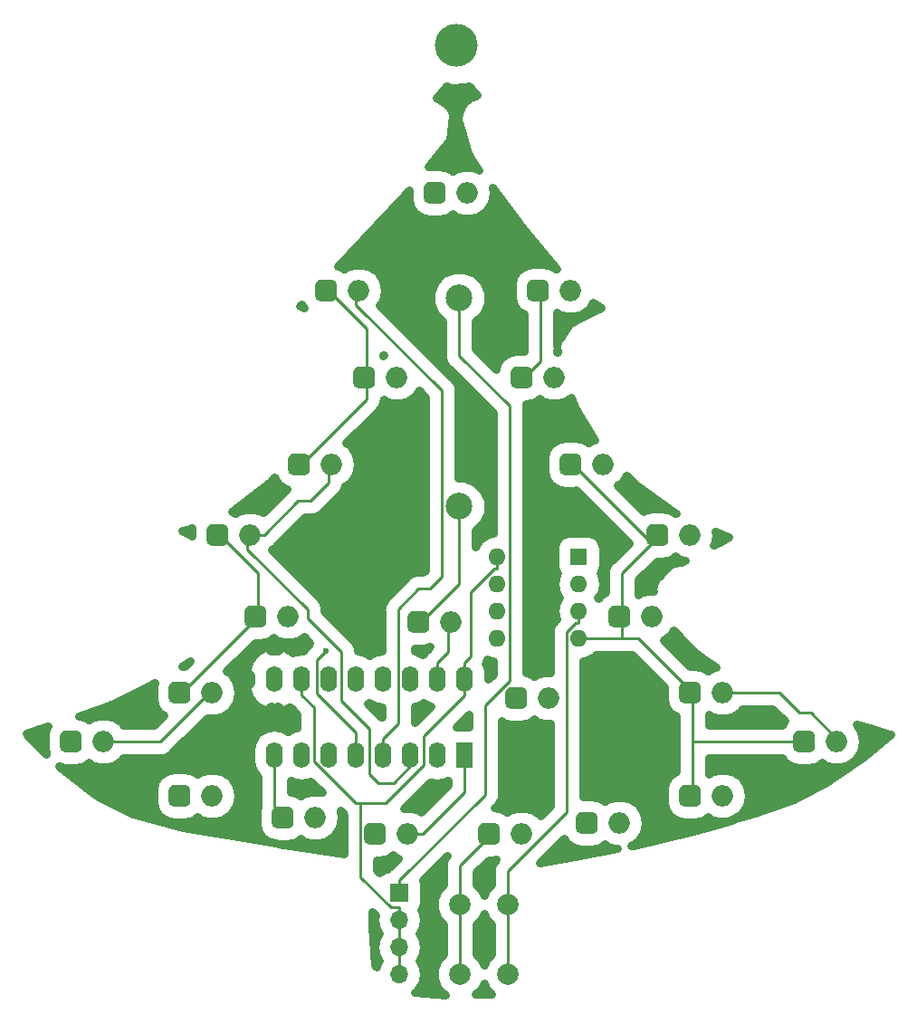
<source format=gbr>
G04 #@! TF.GenerationSoftware,KiCad,Pcbnew,(5.0.0)*
G04 #@! TF.CreationDate,2019-09-06T15:04:35-04:00*
G04 #@! TF.ProjectId,Christmas Tree,4368726973746D617320547265652E6B,rev?*
G04 #@! TF.SameCoordinates,Original*
G04 #@! TF.FileFunction,Copper,L1,Top,Signal*
G04 #@! TF.FilePolarity,Positive*
%FSLAX46Y46*%
G04 Gerber Fmt 4.6, Leading zero omitted, Abs format (unit mm)*
G04 Created by KiCad (PCBNEW (5.0.0)) date 09/06/19 15:04:35*
%MOMM*%
%LPD*%
G01*
G04 APERTURE LIST*
G04 #@! TA.AperFunction,ComponentPad*
%ADD10C,2.500000*%
G04 #@! TD*
G04 #@! TA.AperFunction,ComponentPad*
%ADD11C,2.000000*%
G04 #@! TD*
G04 #@! TA.AperFunction,ComponentPad*
%ADD12R,1.600000X1.600000*%
G04 #@! TD*
G04 #@! TA.AperFunction,ComponentPad*
%ADD13O,1.600000X1.600000*%
G04 #@! TD*
G04 #@! TA.AperFunction,ComponentPad*
%ADD14C,4.000000*%
G04 #@! TD*
G04 #@! TA.AperFunction,Conductor*
%ADD15C,0.100000*%
G04 #@! TD*
G04 #@! TA.AperFunction,ComponentPad*
%ADD16O,2.000000X2.000000*%
G04 #@! TD*
G04 #@! TA.AperFunction,ComponentPad*
%ADD17R,1.600000X2.400000*%
G04 #@! TD*
G04 #@! TA.AperFunction,ComponentPad*
%ADD18O,1.600000X2.400000*%
G04 #@! TD*
G04 #@! TA.AperFunction,ComponentPad*
%ADD19O,1.700000X1.700000*%
G04 #@! TD*
G04 #@! TA.AperFunction,ComponentPad*
%ADD20R,1.700000X1.700000*%
G04 #@! TD*
G04 #@! TA.AperFunction,ViaPad*
%ADD21C,0.600000*%
G04 #@! TD*
G04 #@! TA.AperFunction,Conductor*
%ADD22C,0.250000*%
G04 #@! TD*
G04 #@! TA.AperFunction,NonConductor*
%ADD23C,0.800000*%
G04 #@! TD*
G04 APERTURE END LIST*
D10*
G04 #@! TO.P,Battery1,1*
G04 #@! TO.N,GND*
X133096000Y-100456000D03*
G04 #@! TO.P,Battery1,2*
G04 #@! TO.N,Net-(Battery1-Pad2)*
X133096000Y-80956000D03*
G04 #@! TD*
D11*
G04 #@! TO.P,BTN1,2*
G04 #@! TO.N,GND*
X133168000Y-137668000D03*
G04 #@! TO.P,BTN1,1*
G04 #@! TO.N,Net-(BTN1-Pad1)*
X137668000Y-137668000D03*
G04 #@! TO.P,BTN1,2*
G04 #@! TO.N,GND*
X133168000Y-144168000D03*
G04 #@! TO.P,BTN1,1*
G04 #@! TO.N,Net-(BTN1-Pad1)*
X137668000Y-144168000D03*
G04 #@! TD*
D12*
G04 #@! TO.P,Tiny85,1*
G04 #@! TO.N,Master_Reset*
X144272000Y-105156000D03*
D13*
G04 #@! TO.P,Tiny85,5*
G04 #@! TO.N,Serial_Data*
X136652000Y-112776000D03*
G04 #@! TO.P,Tiny85,2*
G04 #@! TO.N,Output_Enable*
X144272000Y-107696000D03*
G04 #@! TO.P,Tiny85,6*
G04 #@! TO.N,Serial_Clock*
X136652000Y-110236000D03*
G04 #@! TO.P,Tiny85,3*
G04 #@! TO.N,Net-(BTN1-Pad1)*
X144272000Y-110236000D03*
G04 #@! TO.P,Tiny85,7*
G04 #@! TO.N,Reg_Clock*
X136652000Y-107696000D03*
G04 #@! TO.P,Tiny85,4*
G04 #@! TO.N,GND*
X144272000Y-112776000D03*
G04 #@! TO.P,Tiny85,8*
G04 #@! TO.N,Master_Reset*
X136652000Y-105156000D03*
G04 #@! TD*
D14*
G04 #@! TO.P,HOOK,31*
G04 #@! TO.N,N/C*
X132842000Y-57364000D03*
G04 #@! TD*
D15*
G04 #@! TO.N,GND*
G04 #@! TO.C,D1*
G36*
X125775009Y-130066408D02*
X125823545Y-130073607D01*
X125871142Y-130085530D01*
X125917342Y-130102060D01*
X125961698Y-130123039D01*
X126003785Y-130148265D01*
X126043197Y-130177495D01*
X126079553Y-130210447D01*
X126112505Y-130246803D01*
X126141735Y-130286215D01*
X126166961Y-130328302D01*
X126187940Y-130372658D01*
X126204470Y-130418858D01*
X126216393Y-130466455D01*
X126223592Y-130514991D01*
X126226000Y-130564000D01*
X126226000Y-131564000D01*
X126223592Y-131613009D01*
X126216393Y-131661545D01*
X126204470Y-131709142D01*
X126187940Y-131755342D01*
X126166961Y-131799698D01*
X126141735Y-131841785D01*
X126112505Y-131881197D01*
X126079553Y-131917553D01*
X126043197Y-131950505D01*
X126003785Y-131979735D01*
X125961698Y-132004961D01*
X125917342Y-132025940D01*
X125871142Y-132042470D01*
X125823545Y-132054393D01*
X125775009Y-132061592D01*
X125726000Y-132064000D01*
X124726000Y-132064000D01*
X124676991Y-132061592D01*
X124628455Y-132054393D01*
X124580858Y-132042470D01*
X124534658Y-132025940D01*
X124490302Y-132004961D01*
X124448215Y-131979735D01*
X124408803Y-131950505D01*
X124372447Y-131917553D01*
X124339495Y-131881197D01*
X124310265Y-131841785D01*
X124285039Y-131799698D01*
X124264060Y-131755342D01*
X124247530Y-131709142D01*
X124235607Y-131661545D01*
X124228408Y-131613009D01*
X124226000Y-131564000D01*
X124226000Y-130564000D01*
X124228408Y-130514991D01*
X124235607Y-130466455D01*
X124247530Y-130418858D01*
X124264060Y-130372658D01*
X124285039Y-130328302D01*
X124310265Y-130286215D01*
X124339495Y-130246803D01*
X124372447Y-130210447D01*
X124408803Y-130177495D01*
X124448215Y-130148265D01*
X124490302Y-130123039D01*
X124534658Y-130102060D01*
X124580858Y-130085530D01*
X124628455Y-130073607D01*
X124676991Y-130066408D01*
X124726000Y-130064000D01*
X125726000Y-130064000D01*
X125775009Y-130066408D01*
X125775009Y-130066408D01*
G37*
D11*
G04 #@! TD*
G04 #@! TO.P,D1,1*
G04 #@! TO.N,GND*
X125226000Y-131064000D03*
D16*
G04 #@! TO.P,D1,2*
G04 #@! TO.N,B*
X128266000Y-131064000D03*
G04 #@! TD*
G04 #@! TO.P,D2,2*
G04 #@! TO.N,B*
X119630000Y-129540000D03*
D15*
G04 #@! TD*
G04 #@! TO.N,GND*
G04 #@! TO.C,D2*
G36*
X117139009Y-128542408D02*
X117187545Y-128549607D01*
X117235142Y-128561530D01*
X117281342Y-128578060D01*
X117325698Y-128599039D01*
X117367785Y-128624265D01*
X117407197Y-128653495D01*
X117443553Y-128686447D01*
X117476505Y-128722803D01*
X117505735Y-128762215D01*
X117530961Y-128804302D01*
X117551940Y-128848658D01*
X117568470Y-128894858D01*
X117580393Y-128942455D01*
X117587592Y-128990991D01*
X117590000Y-129040000D01*
X117590000Y-130040000D01*
X117587592Y-130089009D01*
X117580393Y-130137545D01*
X117568470Y-130185142D01*
X117551940Y-130231342D01*
X117530961Y-130275698D01*
X117505735Y-130317785D01*
X117476505Y-130357197D01*
X117443553Y-130393553D01*
X117407197Y-130426505D01*
X117367785Y-130455735D01*
X117325698Y-130480961D01*
X117281342Y-130501940D01*
X117235142Y-130518470D01*
X117187545Y-130530393D01*
X117139009Y-130537592D01*
X117090000Y-130540000D01*
X116090000Y-130540000D01*
X116040991Y-130537592D01*
X115992455Y-130530393D01*
X115944858Y-130518470D01*
X115898658Y-130501940D01*
X115854302Y-130480961D01*
X115812215Y-130455735D01*
X115772803Y-130426505D01*
X115736447Y-130393553D01*
X115703495Y-130357197D01*
X115674265Y-130317785D01*
X115649039Y-130275698D01*
X115628060Y-130231342D01*
X115611530Y-130185142D01*
X115599607Y-130137545D01*
X115592408Y-130089009D01*
X115590000Y-130040000D01*
X115590000Y-129040000D01*
X115592408Y-128990991D01*
X115599607Y-128942455D01*
X115611530Y-128894858D01*
X115628060Y-128848658D01*
X115649039Y-128804302D01*
X115674265Y-128762215D01*
X115703495Y-128722803D01*
X115736447Y-128686447D01*
X115772803Y-128653495D01*
X115812215Y-128624265D01*
X115854302Y-128599039D01*
X115898658Y-128578060D01*
X115944858Y-128561530D01*
X115992455Y-128549607D01*
X116040991Y-128542408D01*
X116090000Y-128540000D01*
X117090000Y-128540000D01*
X117139009Y-128542408D01*
X117139009Y-128542408D01*
G37*
D11*
G04 #@! TO.P,D2,1*
G04 #@! TO.N,GND*
X116590000Y-129540000D03*
G04 #@! TD*
D15*
G04 #@! TO.N,GND*
G04 #@! TO.C,D3*
G36*
X107487009Y-126510408D02*
X107535545Y-126517607D01*
X107583142Y-126529530D01*
X107629342Y-126546060D01*
X107673698Y-126567039D01*
X107715785Y-126592265D01*
X107755197Y-126621495D01*
X107791553Y-126654447D01*
X107824505Y-126690803D01*
X107853735Y-126730215D01*
X107878961Y-126772302D01*
X107899940Y-126816658D01*
X107916470Y-126862858D01*
X107928393Y-126910455D01*
X107935592Y-126958991D01*
X107938000Y-127008000D01*
X107938000Y-128008000D01*
X107935592Y-128057009D01*
X107928393Y-128105545D01*
X107916470Y-128153142D01*
X107899940Y-128199342D01*
X107878961Y-128243698D01*
X107853735Y-128285785D01*
X107824505Y-128325197D01*
X107791553Y-128361553D01*
X107755197Y-128394505D01*
X107715785Y-128423735D01*
X107673698Y-128448961D01*
X107629342Y-128469940D01*
X107583142Y-128486470D01*
X107535545Y-128498393D01*
X107487009Y-128505592D01*
X107438000Y-128508000D01*
X106438000Y-128508000D01*
X106388991Y-128505592D01*
X106340455Y-128498393D01*
X106292858Y-128486470D01*
X106246658Y-128469940D01*
X106202302Y-128448961D01*
X106160215Y-128423735D01*
X106120803Y-128394505D01*
X106084447Y-128361553D01*
X106051495Y-128325197D01*
X106022265Y-128285785D01*
X105997039Y-128243698D01*
X105976060Y-128199342D01*
X105959530Y-128153142D01*
X105947607Y-128105545D01*
X105940408Y-128057009D01*
X105938000Y-128008000D01*
X105938000Y-127008000D01*
X105940408Y-126958991D01*
X105947607Y-126910455D01*
X105959530Y-126862858D01*
X105976060Y-126816658D01*
X105997039Y-126772302D01*
X106022265Y-126730215D01*
X106051495Y-126690803D01*
X106084447Y-126654447D01*
X106120803Y-126621495D01*
X106160215Y-126592265D01*
X106202302Y-126567039D01*
X106246658Y-126546060D01*
X106292858Y-126529530D01*
X106340455Y-126517607D01*
X106388991Y-126510408D01*
X106438000Y-126508000D01*
X107438000Y-126508000D01*
X107487009Y-126510408D01*
X107487009Y-126510408D01*
G37*
D11*
G04 #@! TD*
G04 #@! TO.P,D3,1*
G04 #@! TO.N,GND*
X106938000Y-127508000D03*
D16*
G04 #@! TO.P,D3,2*
G04 #@! TO.N,B*
X109978000Y-127508000D03*
G04 #@! TD*
G04 #@! TO.P,D4,2*
G04 #@! TO.N,C*
X99818000Y-122428000D03*
D15*
G04 #@! TD*
G04 #@! TO.N,GND*
G04 #@! TO.C,D4*
G36*
X97327009Y-121430408D02*
X97375545Y-121437607D01*
X97423142Y-121449530D01*
X97469342Y-121466060D01*
X97513698Y-121487039D01*
X97555785Y-121512265D01*
X97595197Y-121541495D01*
X97631553Y-121574447D01*
X97664505Y-121610803D01*
X97693735Y-121650215D01*
X97718961Y-121692302D01*
X97739940Y-121736658D01*
X97756470Y-121782858D01*
X97768393Y-121830455D01*
X97775592Y-121878991D01*
X97778000Y-121928000D01*
X97778000Y-122928000D01*
X97775592Y-122977009D01*
X97768393Y-123025545D01*
X97756470Y-123073142D01*
X97739940Y-123119342D01*
X97718961Y-123163698D01*
X97693735Y-123205785D01*
X97664505Y-123245197D01*
X97631553Y-123281553D01*
X97595197Y-123314505D01*
X97555785Y-123343735D01*
X97513698Y-123368961D01*
X97469342Y-123389940D01*
X97423142Y-123406470D01*
X97375545Y-123418393D01*
X97327009Y-123425592D01*
X97278000Y-123428000D01*
X96278000Y-123428000D01*
X96228991Y-123425592D01*
X96180455Y-123418393D01*
X96132858Y-123406470D01*
X96086658Y-123389940D01*
X96042302Y-123368961D01*
X96000215Y-123343735D01*
X95960803Y-123314505D01*
X95924447Y-123281553D01*
X95891495Y-123245197D01*
X95862265Y-123205785D01*
X95837039Y-123163698D01*
X95816060Y-123119342D01*
X95799530Y-123073142D01*
X95787607Y-123025545D01*
X95780408Y-122977009D01*
X95778000Y-122928000D01*
X95778000Y-121928000D01*
X95780408Y-121878991D01*
X95787607Y-121830455D01*
X95799530Y-121782858D01*
X95816060Y-121736658D01*
X95837039Y-121692302D01*
X95862265Y-121650215D01*
X95891495Y-121610803D01*
X95924447Y-121574447D01*
X95960803Y-121541495D01*
X96000215Y-121512265D01*
X96042302Y-121487039D01*
X96086658Y-121466060D01*
X96132858Y-121449530D01*
X96180455Y-121437607D01*
X96228991Y-121430408D01*
X96278000Y-121428000D01*
X97278000Y-121428000D01*
X97327009Y-121430408D01*
X97327009Y-121430408D01*
G37*
D11*
G04 #@! TO.P,D4,1*
G04 #@! TO.N,GND*
X96778000Y-122428000D03*
G04 #@! TD*
D15*
G04 #@! TO.N,GND*
G04 #@! TO.C,D5*
G36*
X107487009Y-116858408D02*
X107535545Y-116865607D01*
X107583142Y-116877530D01*
X107629342Y-116894060D01*
X107673698Y-116915039D01*
X107715785Y-116940265D01*
X107755197Y-116969495D01*
X107791553Y-117002447D01*
X107824505Y-117038803D01*
X107853735Y-117078215D01*
X107878961Y-117120302D01*
X107899940Y-117164658D01*
X107916470Y-117210858D01*
X107928393Y-117258455D01*
X107935592Y-117306991D01*
X107938000Y-117356000D01*
X107938000Y-118356000D01*
X107935592Y-118405009D01*
X107928393Y-118453545D01*
X107916470Y-118501142D01*
X107899940Y-118547342D01*
X107878961Y-118591698D01*
X107853735Y-118633785D01*
X107824505Y-118673197D01*
X107791553Y-118709553D01*
X107755197Y-118742505D01*
X107715785Y-118771735D01*
X107673698Y-118796961D01*
X107629342Y-118817940D01*
X107583142Y-118834470D01*
X107535545Y-118846393D01*
X107487009Y-118853592D01*
X107438000Y-118856000D01*
X106438000Y-118856000D01*
X106388991Y-118853592D01*
X106340455Y-118846393D01*
X106292858Y-118834470D01*
X106246658Y-118817940D01*
X106202302Y-118796961D01*
X106160215Y-118771735D01*
X106120803Y-118742505D01*
X106084447Y-118709553D01*
X106051495Y-118673197D01*
X106022265Y-118633785D01*
X105997039Y-118591698D01*
X105976060Y-118547342D01*
X105959530Y-118501142D01*
X105947607Y-118453545D01*
X105940408Y-118405009D01*
X105938000Y-118356000D01*
X105938000Y-117356000D01*
X105940408Y-117306991D01*
X105947607Y-117258455D01*
X105959530Y-117210858D01*
X105976060Y-117164658D01*
X105997039Y-117120302D01*
X106022265Y-117078215D01*
X106051495Y-117038803D01*
X106084447Y-117002447D01*
X106120803Y-116969495D01*
X106160215Y-116940265D01*
X106202302Y-116915039D01*
X106246658Y-116894060D01*
X106292858Y-116877530D01*
X106340455Y-116865607D01*
X106388991Y-116858408D01*
X106438000Y-116856000D01*
X107438000Y-116856000D01*
X107487009Y-116858408D01*
X107487009Y-116858408D01*
G37*
D11*
G04 #@! TD*
G04 #@! TO.P,D5,1*
G04 #@! TO.N,GND*
X106938000Y-117856000D03*
D16*
G04 #@! TO.P,D5,2*
G04 #@! TO.N,C*
X109978000Y-117856000D03*
G04 #@! TD*
G04 #@! TO.P,D6,2*
G04 #@! TO.N,C*
X117090000Y-110744000D03*
D15*
G04 #@! TD*
G04 #@! TO.N,GND*
G04 #@! TO.C,D6*
G36*
X114599009Y-109746408D02*
X114647545Y-109753607D01*
X114695142Y-109765530D01*
X114741342Y-109782060D01*
X114785698Y-109803039D01*
X114827785Y-109828265D01*
X114867197Y-109857495D01*
X114903553Y-109890447D01*
X114936505Y-109926803D01*
X114965735Y-109966215D01*
X114990961Y-110008302D01*
X115011940Y-110052658D01*
X115028470Y-110098858D01*
X115040393Y-110146455D01*
X115047592Y-110194991D01*
X115050000Y-110244000D01*
X115050000Y-111244000D01*
X115047592Y-111293009D01*
X115040393Y-111341545D01*
X115028470Y-111389142D01*
X115011940Y-111435342D01*
X114990961Y-111479698D01*
X114965735Y-111521785D01*
X114936505Y-111561197D01*
X114903553Y-111597553D01*
X114867197Y-111630505D01*
X114827785Y-111659735D01*
X114785698Y-111684961D01*
X114741342Y-111705940D01*
X114695142Y-111722470D01*
X114647545Y-111734393D01*
X114599009Y-111741592D01*
X114550000Y-111744000D01*
X113550000Y-111744000D01*
X113500991Y-111741592D01*
X113452455Y-111734393D01*
X113404858Y-111722470D01*
X113358658Y-111705940D01*
X113314302Y-111684961D01*
X113272215Y-111659735D01*
X113232803Y-111630505D01*
X113196447Y-111597553D01*
X113163495Y-111561197D01*
X113134265Y-111521785D01*
X113109039Y-111479698D01*
X113088060Y-111435342D01*
X113071530Y-111389142D01*
X113059607Y-111341545D01*
X113052408Y-111293009D01*
X113050000Y-111244000D01*
X113050000Y-110244000D01*
X113052408Y-110194991D01*
X113059607Y-110146455D01*
X113071530Y-110098858D01*
X113088060Y-110052658D01*
X113109039Y-110008302D01*
X113134265Y-109966215D01*
X113163495Y-109926803D01*
X113196447Y-109890447D01*
X113232803Y-109857495D01*
X113272215Y-109828265D01*
X113314302Y-109803039D01*
X113358658Y-109782060D01*
X113404858Y-109765530D01*
X113452455Y-109753607D01*
X113500991Y-109746408D01*
X113550000Y-109744000D01*
X114550000Y-109744000D01*
X114599009Y-109746408D01*
X114599009Y-109746408D01*
G37*
D11*
G04 #@! TO.P,D6,1*
G04 #@! TO.N,GND*
X114050000Y-110744000D03*
G04 #@! TD*
D15*
G04 #@! TO.N,GND*
G04 #@! TO.C,D7*
G36*
X111043009Y-102126408D02*
X111091545Y-102133607D01*
X111139142Y-102145530D01*
X111185342Y-102162060D01*
X111229698Y-102183039D01*
X111271785Y-102208265D01*
X111311197Y-102237495D01*
X111347553Y-102270447D01*
X111380505Y-102306803D01*
X111409735Y-102346215D01*
X111434961Y-102388302D01*
X111455940Y-102432658D01*
X111472470Y-102478858D01*
X111484393Y-102526455D01*
X111491592Y-102574991D01*
X111494000Y-102624000D01*
X111494000Y-103624000D01*
X111491592Y-103673009D01*
X111484393Y-103721545D01*
X111472470Y-103769142D01*
X111455940Y-103815342D01*
X111434961Y-103859698D01*
X111409735Y-103901785D01*
X111380505Y-103941197D01*
X111347553Y-103977553D01*
X111311197Y-104010505D01*
X111271785Y-104039735D01*
X111229698Y-104064961D01*
X111185342Y-104085940D01*
X111139142Y-104102470D01*
X111091545Y-104114393D01*
X111043009Y-104121592D01*
X110994000Y-104124000D01*
X109994000Y-104124000D01*
X109944991Y-104121592D01*
X109896455Y-104114393D01*
X109848858Y-104102470D01*
X109802658Y-104085940D01*
X109758302Y-104064961D01*
X109716215Y-104039735D01*
X109676803Y-104010505D01*
X109640447Y-103977553D01*
X109607495Y-103941197D01*
X109578265Y-103901785D01*
X109553039Y-103859698D01*
X109532060Y-103815342D01*
X109515530Y-103769142D01*
X109503607Y-103721545D01*
X109496408Y-103673009D01*
X109494000Y-103624000D01*
X109494000Y-102624000D01*
X109496408Y-102574991D01*
X109503607Y-102526455D01*
X109515530Y-102478858D01*
X109532060Y-102432658D01*
X109553039Y-102388302D01*
X109578265Y-102346215D01*
X109607495Y-102306803D01*
X109640447Y-102270447D01*
X109676803Y-102237495D01*
X109716215Y-102208265D01*
X109758302Y-102183039D01*
X109802658Y-102162060D01*
X109848858Y-102145530D01*
X109896455Y-102133607D01*
X109944991Y-102126408D01*
X109994000Y-102124000D01*
X110994000Y-102124000D01*
X111043009Y-102126408D01*
X111043009Y-102126408D01*
G37*
D11*
G04 #@! TD*
G04 #@! TO.P,D7,1*
G04 #@! TO.N,GND*
X110494000Y-103124000D03*
D16*
G04 #@! TO.P,D7,2*
G04 #@! TO.N,D*
X113534000Y-103124000D03*
G04 #@! TD*
G04 #@! TO.P,D8,2*
G04 #@! TO.N,D*
X121154000Y-96520000D03*
D15*
G04 #@! TD*
G04 #@! TO.N,GND*
G04 #@! TO.C,D8*
G36*
X118663009Y-95522408D02*
X118711545Y-95529607D01*
X118759142Y-95541530D01*
X118805342Y-95558060D01*
X118849698Y-95579039D01*
X118891785Y-95604265D01*
X118931197Y-95633495D01*
X118967553Y-95666447D01*
X119000505Y-95702803D01*
X119029735Y-95742215D01*
X119054961Y-95784302D01*
X119075940Y-95828658D01*
X119092470Y-95874858D01*
X119104393Y-95922455D01*
X119111592Y-95970991D01*
X119114000Y-96020000D01*
X119114000Y-97020000D01*
X119111592Y-97069009D01*
X119104393Y-97117545D01*
X119092470Y-97165142D01*
X119075940Y-97211342D01*
X119054961Y-97255698D01*
X119029735Y-97297785D01*
X119000505Y-97337197D01*
X118967553Y-97373553D01*
X118931197Y-97406505D01*
X118891785Y-97435735D01*
X118849698Y-97460961D01*
X118805342Y-97481940D01*
X118759142Y-97498470D01*
X118711545Y-97510393D01*
X118663009Y-97517592D01*
X118614000Y-97520000D01*
X117614000Y-97520000D01*
X117564991Y-97517592D01*
X117516455Y-97510393D01*
X117468858Y-97498470D01*
X117422658Y-97481940D01*
X117378302Y-97460961D01*
X117336215Y-97435735D01*
X117296803Y-97406505D01*
X117260447Y-97373553D01*
X117227495Y-97337197D01*
X117198265Y-97297785D01*
X117173039Y-97255698D01*
X117152060Y-97211342D01*
X117135530Y-97165142D01*
X117123607Y-97117545D01*
X117116408Y-97069009D01*
X117114000Y-97020000D01*
X117114000Y-96020000D01*
X117116408Y-95970991D01*
X117123607Y-95922455D01*
X117135530Y-95874858D01*
X117152060Y-95828658D01*
X117173039Y-95784302D01*
X117198265Y-95742215D01*
X117227495Y-95702803D01*
X117260447Y-95666447D01*
X117296803Y-95633495D01*
X117336215Y-95604265D01*
X117378302Y-95579039D01*
X117422658Y-95558060D01*
X117468858Y-95541530D01*
X117516455Y-95529607D01*
X117564991Y-95522408D01*
X117614000Y-95520000D01*
X118614000Y-95520000D01*
X118663009Y-95522408D01*
X118663009Y-95522408D01*
G37*
D11*
G04 #@! TO.P,D8,1*
G04 #@! TO.N,GND*
X118114000Y-96520000D03*
G04 #@! TD*
D15*
G04 #@! TO.N,GND*
G04 #@! TO.C,D9*
G36*
X124759009Y-87394408D02*
X124807545Y-87401607D01*
X124855142Y-87413530D01*
X124901342Y-87430060D01*
X124945698Y-87451039D01*
X124987785Y-87476265D01*
X125027197Y-87505495D01*
X125063553Y-87538447D01*
X125096505Y-87574803D01*
X125125735Y-87614215D01*
X125150961Y-87656302D01*
X125171940Y-87700658D01*
X125188470Y-87746858D01*
X125200393Y-87794455D01*
X125207592Y-87842991D01*
X125210000Y-87892000D01*
X125210000Y-88892000D01*
X125207592Y-88941009D01*
X125200393Y-88989545D01*
X125188470Y-89037142D01*
X125171940Y-89083342D01*
X125150961Y-89127698D01*
X125125735Y-89169785D01*
X125096505Y-89209197D01*
X125063553Y-89245553D01*
X125027197Y-89278505D01*
X124987785Y-89307735D01*
X124945698Y-89332961D01*
X124901342Y-89353940D01*
X124855142Y-89370470D01*
X124807545Y-89382393D01*
X124759009Y-89389592D01*
X124710000Y-89392000D01*
X123710000Y-89392000D01*
X123660991Y-89389592D01*
X123612455Y-89382393D01*
X123564858Y-89370470D01*
X123518658Y-89353940D01*
X123474302Y-89332961D01*
X123432215Y-89307735D01*
X123392803Y-89278505D01*
X123356447Y-89245553D01*
X123323495Y-89209197D01*
X123294265Y-89169785D01*
X123269039Y-89127698D01*
X123248060Y-89083342D01*
X123231530Y-89037142D01*
X123219607Y-88989545D01*
X123212408Y-88941009D01*
X123210000Y-88892000D01*
X123210000Y-87892000D01*
X123212408Y-87842991D01*
X123219607Y-87794455D01*
X123231530Y-87746858D01*
X123248060Y-87700658D01*
X123269039Y-87656302D01*
X123294265Y-87614215D01*
X123323495Y-87574803D01*
X123356447Y-87538447D01*
X123392803Y-87505495D01*
X123432215Y-87476265D01*
X123474302Y-87451039D01*
X123518658Y-87430060D01*
X123564858Y-87413530D01*
X123612455Y-87401607D01*
X123660991Y-87394408D01*
X123710000Y-87392000D01*
X124710000Y-87392000D01*
X124759009Y-87394408D01*
X124759009Y-87394408D01*
G37*
D11*
G04 #@! TD*
G04 #@! TO.P,D9,1*
G04 #@! TO.N,GND*
X124210000Y-88392000D03*
D16*
G04 #@! TO.P,D9,2*
G04 #@! TO.N,D*
X127250000Y-88392000D03*
G04 #@! TD*
D15*
G04 #@! TO.N,GND*
G04 #@! TO.C,D10*
G36*
X121203009Y-79266408D02*
X121251545Y-79273607D01*
X121299142Y-79285530D01*
X121345342Y-79302060D01*
X121389698Y-79323039D01*
X121431785Y-79348265D01*
X121471197Y-79377495D01*
X121507553Y-79410447D01*
X121540505Y-79446803D01*
X121569735Y-79486215D01*
X121594961Y-79528302D01*
X121615940Y-79572658D01*
X121632470Y-79618858D01*
X121644393Y-79666455D01*
X121651592Y-79714991D01*
X121654000Y-79764000D01*
X121654000Y-80764000D01*
X121651592Y-80813009D01*
X121644393Y-80861545D01*
X121632470Y-80909142D01*
X121615940Y-80955342D01*
X121594961Y-80999698D01*
X121569735Y-81041785D01*
X121540505Y-81081197D01*
X121507553Y-81117553D01*
X121471197Y-81150505D01*
X121431785Y-81179735D01*
X121389698Y-81204961D01*
X121345342Y-81225940D01*
X121299142Y-81242470D01*
X121251545Y-81254393D01*
X121203009Y-81261592D01*
X121154000Y-81264000D01*
X120154000Y-81264000D01*
X120104991Y-81261592D01*
X120056455Y-81254393D01*
X120008858Y-81242470D01*
X119962658Y-81225940D01*
X119918302Y-81204961D01*
X119876215Y-81179735D01*
X119836803Y-81150505D01*
X119800447Y-81117553D01*
X119767495Y-81081197D01*
X119738265Y-81041785D01*
X119713039Y-80999698D01*
X119692060Y-80955342D01*
X119675530Y-80909142D01*
X119663607Y-80861545D01*
X119656408Y-80813009D01*
X119654000Y-80764000D01*
X119654000Y-79764000D01*
X119656408Y-79714991D01*
X119663607Y-79666455D01*
X119675530Y-79618858D01*
X119692060Y-79572658D01*
X119713039Y-79528302D01*
X119738265Y-79486215D01*
X119767495Y-79446803D01*
X119800447Y-79410447D01*
X119836803Y-79377495D01*
X119876215Y-79348265D01*
X119918302Y-79323039D01*
X119962658Y-79302060D01*
X120008858Y-79285530D01*
X120056455Y-79273607D01*
X120104991Y-79266408D01*
X120154000Y-79264000D01*
X121154000Y-79264000D01*
X121203009Y-79266408D01*
X121203009Y-79266408D01*
G37*
D11*
G04 #@! TD*
G04 #@! TO.P,D10,1*
G04 #@! TO.N,GND*
X120654000Y-80264000D03*
D16*
G04 #@! TO.P,D10,2*
G04 #@! TO.N,E*
X123694000Y-80264000D03*
G04 #@! TD*
G04 #@! TO.P,D11,2*
G04 #@! TO.N,E*
X133854000Y-71120000D03*
D15*
G04 #@! TD*
G04 #@! TO.N,GND*
G04 #@! TO.C,D11*
G36*
X131363009Y-70122408D02*
X131411545Y-70129607D01*
X131459142Y-70141530D01*
X131505342Y-70158060D01*
X131549698Y-70179039D01*
X131591785Y-70204265D01*
X131631197Y-70233495D01*
X131667553Y-70266447D01*
X131700505Y-70302803D01*
X131729735Y-70342215D01*
X131754961Y-70384302D01*
X131775940Y-70428658D01*
X131792470Y-70474858D01*
X131804393Y-70522455D01*
X131811592Y-70570991D01*
X131814000Y-70620000D01*
X131814000Y-71620000D01*
X131811592Y-71669009D01*
X131804393Y-71717545D01*
X131792470Y-71765142D01*
X131775940Y-71811342D01*
X131754961Y-71855698D01*
X131729735Y-71897785D01*
X131700505Y-71937197D01*
X131667553Y-71973553D01*
X131631197Y-72006505D01*
X131591785Y-72035735D01*
X131549698Y-72060961D01*
X131505342Y-72081940D01*
X131459142Y-72098470D01*
X131411545Y-72110393D01*
X131363009Y-72117592D01*
X131314000Y-72120000D01*
X130314000Y-72120000D01*
X130264991Y-72117592D01*
X130216455Y-72110393D01*
X130168858Y-72098470D01*
X130122658Y-72081940D01*
X130078302Y-72060961D01*
X130036215Y-72035735D01*
X129996803Y-72006505D01*
X129960447Y-71973553D01*
X129927495Y-71937197D01*
X129898265Y-71897785D01*
X129873039Y-71855698D01*
X129852060Y-71811342D01*
X129835530Y-71765142D01*
X129823607Y-71717545D01*
X129816408Y-71669009D01*
X129814000Y-71620000D01*
X129814000Y-70620000D01*
X129816408Y-70570991D01*
X129823607Y-70522455D01*
X129835530Y-70474858D01*
X129852060Y-70428658D01*
X129873039Y-70384302D01*
X129898265Y-70342215D01*
X129927495Y-70302803D01*
X129960447Y-70266447D01*
X129996803Y-70233495D01*
X130036215Y-70204265D01*
X130078302Y-70179039D01*
X130122658Y-70158060D01*
X130168858Y-70141530D01*
X130216455Y-70129607D01*
X130264991Y-70122408D01*
X130314000Y-70120000D01*
X131314000Y-70120000D01*
X131363009Y-70122408D01*
X131363009Y-70122408D01*
G37*
D11*
G04 #@! TO.P,D11,1*
G04 #@! TO.N,GND*
X130814000Y-71120000D03*
G04 #@! TD*
D15*
G04 #@! TO.N,GND*
G04 #@! TO.C,D12*
G36*
X141015009Y-79266408D02*
X141063545Y-79273607D01*
X141111142Y-79285530D01*
X141157342Y-79302060D01*
X141201698Y-79323039D01*
X141243785Y-79348265D01*
X141283197Y-79377495D01*
X141319553Y-79410447D01*
X141352505Y-79446803D01*
X141381735Y-79486215D01*
X141406961Y-79528302D01*
X141427940Y-79572658D01*
X141444470Y-79618858D01*
X141456393Y-79666455D01*
X141463592Y-79714991D01*
X141466000Y-79764000D01*
X141466000Y-80764000D01*
X141463592Y-80813009D01*
X141456393Y-80861545D01*
X141444470Y-80909142D01*
X141427940Y-80955342D01*
X141406961Y-80999698D01*
X141381735Y-81041785D01*
X141352505Y-81081197D01*
X141319553Y-81117553D01*
X141283197Y-81150505D01*
X141243785Y-81179735D01*
X141201698Y-81204961D01*
X141157342Y-81225940D01*
X141111142Y-81242470D01*
X141063545Y-81254393D01*
X141015009Y-81261592D01*
X140966000Y-81264000D01*
X139966000Y-81264000D01*
X139916991Y-81261592D01*
X139868455Y-81254393D01*
X139820858Y-81242470D01*
X139774658Y-81225940D01*
X139730302Y-81204961D01*
X139688215Y-81179735D01*
X139648803Y-81150505D01*
X139612447Y-81117553D01*
X139579495Y-81081197D01*
X139550265Y-81041785D01*
X139525039Y-80999698D01*
X139504060Y-80955342D01*
X139487530Y-80909142D01*
X139475607Y-80861545D01*
X139468408Y-80813009D01*
X139466000Y-80764000D01*
X139466000Y-79764000D01*
X139468408Y-79714991D01*
X139475607Y-79666455D01*
X139487530Y-79618858D01*
X139504060Y-79572658D01*
X139525039Y-79528302D01*
X139550265Y-79486215D01*
X139579495Y-79446803D01*
X139612447Y-79410447D01*
X139648803Y-79377495D01*
X139688215Y-79348265D01*
X139730302Y-79323039D01*
X139774658Y-79302060D01*
X139820858Y-79285530D01*
X139868455Y-79273607D01*
X139916991Y-79266408D01*
X139966000Y-79264000D01*
X140966000Y-79264000D01*
X141015009Y-79266408D01*
X141015009Y-79266408D01*
G37*
D11*
G04 #@! TD*
G04 #@! TO.P,D12,1*
G04 #@! TO.N,GND*
X140466000Y-80264000D03*
D16*
G04 #@! TO.P,D12,2*
G04 #@! TO.N,E*
X143506000Y-80264000D03*
G04 #@! TD*
G04 #@! TO.P,D13,2*
G04 #@! TO.N,F*
X141982000Y-88392000D03*
D15*
G04 #@! TD*
G04 #@! TO.N,GND*
G04 #@! TO.C,D13*
G36*
X139491009Y-87394408D02*
X139539545Y-87401607D01*
X139587142Y-87413530D01*
X139633342Y-87430060D01*
X139677698Y-87451039D01*
X139719785Y-87476265D01*
X139759197Y-87505495D01*
X139795553Y-87538447D01*
X139828505Y-87574803D01*
X139857735Y-87614215D01*
X139882961Y-87656302D01*
X139903940Y-87700658D01*
X139920470Y-87746858D01*
X139932393Y-87794455D01*
X139939592Y-87842991D01*
X139942000Y-87892000D01*
X139942000Y-88892000D01*
X139939592Y-88941009D01*
X139932393Y-88989545D01*
X139920470Y-89037142D01*
X139903940Y-89083342D01*
X139882961Y-89127698D01*
X139857735Y-89169785D01*
X139828505Y-89209197D01*
X139795553Y-89245553D01*
X139759197Y-89278505D01*
X139719785Y-89307735D01*
X139677698Y-89332961D01*
X139633342Y-89353940D01*
X139587142Y-89370470D01*
X139539545Y-89382393D01*
X139491009Y-89389592D01*
X139442000Y-89392000D01*
X138442000Y-89392000D01*
X138392991Y-89389592D01*
X138344455Y-89382393D01*
X138296858Y-89370470D01*
X138250658Y-89353940D01*
X138206302Y-89332961D01*
X138164215Y-89307735D01*
X138124803Y-89278505D01*
X138088447Y-89245553D01*
X138055495Y-89209197D01*
X138026265Y-89169785D01*
X138001039Y-89127698D01*
X137980060Y-89083342D01*
X137963530Y-89037142D01*
X137951607Y-88989545D01*
X137944408Y-88941009D01*
X137942000Y-88892000D01*
X137942000Y-87892000D01*
X137944408Y-87842991D01*
X137951607Y-87794455D01*
X137963530Y-87746858D01*
X137980060Y-87700658D01*
X138001039Y-87656302D01*
X138026265Y-87614215D01*
X138055495Y-87574803D01*
X138088447Y-87538447D01*
X138124803Y-87505495D01*
X138164215Y-87476265D01*
X138206302Y-87451039D01*
X138250658Y-87430060D01*
X138296858Y-87413530D01*
X138344455Y-87401607D01*
X138392991Y-87394408D01*
X138442000Y-87392000D01*
X139442000Y-87392000D01*
X139491009Y-87394408D01*
X139491009Y-87394408D01*
G37*
D11*
G04 #@! TO.P,D13,1*
G04 #@! TO.N,GND*
X138942000Y-88392000D03*
G04 #@! TD*
D15*
G04 #@! TO.N,GND*
G04 #@! TO.C,D14*
G36*
X144063009Y-95522408D02*
X144111545Y-95529607D01*
X144159142Y-95541530D01*
X144205342Y-95558060D01*
X144249698Y-95579039D01*
X144291785Y-95604265D01*
X144331197Y-95633495D01*
X144367553Y-95666447D01*
X144400505Y-95702803D01*
X144429735Y-95742215D01*
X144454961Y-95784302D01*
X144475940Y-95828658D01*
X144492470Y-95874858D01*
X144504393Y-95922455D01*
X144511592Y-95970991D01*
X144514000Y-96020000D01*
X144514000Y-97020000D01*
X144511592Y-97069009D01*
X144504393Y-97117545D01*
X144492470Y-97165142D01*
X144475940Y-97211342D01*
X144454961Y-97255698D01*
X144429735Y-97297785D01*
X144400505Y-97337197D01*
X144367553Y-97373553D01*
X144331197Y-97406505D01*
X144291785Y-97435735D01*
X144249698Y-97460961D01*
X144205342Y-97481940D01*
X144159142Y-97498470D01*
X144111545Y-97510393D01*
X144063009Y-97517592D01*
X144014000Y-97520000D01*
X143014000Y-97520000D01*
X142964991Y-97517592D01*
X142916455Y-97510393D01*
X142868858Y-97498470D01*
X142822658Y-97481940D01*
X142778302Y-97460961D01*
X142736215Y-97435735D01*
X142696803Y-97406505D01*
X142660447Y-97373553D01*
X142627495Y-97337197D01*
X142598265Y-97297785D01*
X142573039Y-97255698D01*
X142552060Y-97211342D01*
X142535530Y-97165142D01*
X142523607Y-97117545D01*
X142516408Y-97069009D01*
X142514000Y-97020000D01*
X142514000Y-96020000D01*
X142516408Y-95970991D01*
X142523607Y-95922455D01*
X142535530Y-95874858D01*
X142552060Y-95828658D01*
X142573039Y-95784302D01*
X142598265Y-95742215D01*
X142627495Y-95702803D01*
X142660447Y-95666447D01*
X142696803Y-95633495D01*
X142736215Y-95604265D01*
X142778302Y-95579039D01*
X142822658Y-95558060D01*
X142868858Y-95541530D01*
X142916455Y-95529607D01*
X142964991Y-95522408D01*
X143014000Y-95520000D01*
X144014000Y-95520000D01*
X144063009Y-95522408D01*
X144063009Y-95522408D01*
G37*
D11*
G04 #@! TD*
G04 #@! TO.P,D14,1*
G04 #@! TO.N,GND*
X143514000Y-96520000D03*
D16*
G04 #@! TO.P,D14,2*
G04 #@! TO.N,F*
X146554000Y-96520000D03*
G04 #@! TD*
G04 #@! TO.P,D15,2*
G04 #@! TO.N,F*
X154682000Y-103124000D03*
D15*
G04 #@! TD*
G04 #@! TO.N,GND*
G04 #@! TO.C,D15*
G36*
X152191009Y-102126408D02*
X152239545Y-102133607D01*
X152287142Y-102145530D01*
X152333342Y-102162060D01*
X152377698Y-102183039D01*
X152419785Y-102208265D01*
X152459197Y-102237495D01*
X152495553Y-102270447D01*
X152528505Y-102306803D01*
X152557735Y-102346215D01*
X152582961Y-102388302D01*
X152603940Y-102432658D01*
X152620470Y-102478858D01*
X152632393Y-102526455D01*
X152639592Y-102574991D01*
X152642000Y-102624000D01*
X152642000Y-103624000D01*
X152639592Y-103673009D01*
X152632393Y-103721545D01*
X152620470Y-103769142D01*
X152603940Y-103815342D01*
X152582961Y-103859698D01*
X152557735Y-103901785D01*
X152528505Y-103941197D01*
X152495553Y-103977553D01*
X152459197Y-104010505D01*
X152419785Y-104039735D01*
X152377698Y-104064961D01*
X152333342Y-104085940D01*
X152287142Y-104102470D01*
X152239545Y-104114393D01*
X152191009Y-104121592D01*
X152142000Y-104124000D01*
X151142000Y-104124000D01*
X151092991Y-104121592D01*
X151044455Y-104114393D01*
X150996858Y-104102470D01*
X150950658Y-104085940D01*
X150906302Y-104064961D01*
X150864215Y-104039735D01*
X150824803Y-104010505D01*
X150788447Y-103977553D01*
X150755495Y-103941197D01*
X150726265Y-103901785D01*
X150701039Y-103859698D01*
X150680060Y-103815342D01*
X150663530Y-103769142D01*
X150651607Y-103721545D01*
X150644408Y-103673009D01*
X150642000Y-103624000D01*
X150642000Y-102624000D01*
X150644408Y-102574991D01*
X150651607Y-102526455D01*
X150663530Y-102478858D01*
X150680060Y-102432658D01*
X150701039Y-102388302D01*
X150726265Y-102346215D01*
X150755495Y-102306803D01*
X150788447Y-102270447D01*
X150824803Y-102237495D01*
X150864215Y-102208265D01*
X150906302Y-102183039D01*
X150950658Y-102162060D01*
X150996858Y-102145530D01*
X151044455Y-102133607D01*
X151092991Y-102126408D01*
X151142000Y-102124000D01*
X152142000Y-102124000D01*
X152191009Y-102126408D01*
X152191009Y-102126408D01*
G37*
D11*
G04 #@! TO.P,D15,1*
G04 #@! TO.N,GND*
X151642000Y-103124000D03*
G04 #@! TD*
D15*
G04 #@! TO.N,GND*
G04 #@! TO.C,D16*
G36*
X148635009Y-109746408D02*
X148683545Y-109753607D01*
X148731142Y-109765530D01*
X148777342Y-109782060D01*
X148821698Y-109803039D01*
X148863785Y-109828265D01*
X148903197Y-109857495D01*
X148939553Y-109890447D01*
X148972505Y-109926803D01*
X149001735Y-109966215D01*
X149026961Y-110008302D01*
X149047940Y-110052658D01*
X149064470Y-110098858D01*
X149076393Y-110146455D01*
X149083592Y-110194991D01*
X149086000Y-110244000D01*
X149086000Y-111244000D01*
X149083592Y-111293009D01*
X149076393Y-111341545D01*
X149064470Y-111389142D01*
X149047940Y-111435342D01*
X149026961Y-111479698D01*
X149001735Y-111521785D01*
X148972505Y-111561197D01*
X148939553Y-111597553D01*
X148903197Y-111630505D01*
X148863785Y-111659735D01*
X148821698Y-111684961D01*
X148777342Y-111705940D01*
X148731142Y-111722470D01*
X148683545Y-111734393D01*
X148635009Y-111741592D01*
X148586000Y-111744000D01*
X147586000Y-111744000D01*
X147536991Y-111741592D01*
X147488455Y-111734393D01*
X147440858Y-111722470D01*
X147394658Y-111705940D01*
X147350302Y-111684961D01*
X147308215Y-111659735D01*
X147268803Y-111630505D01*
X147232447Y-111597553D01*
X147199495Y-111561197D01*
X147170265Y-111521785D01*
X147145039Y-111479698D01*
X147124060Y-111435342D01*
X147107530Y-111389142D01*
X147095607Y-111341545D01*
X147088408Y-111293009D01*
X147086000Y-111244000D01*
X147086000Y-110244000D01*
X147088408Y-110194991D01*
X147095607Y-110146455D01*
X147107530Y-110098858D01*
X147124060Y-110052658D01*
X147145039Y-110008302D01*
X147170265Y-109966215D01*
X147199495Y-109926803D01*
X147232447Y-109890447D01*
X147268803Y-109857495D01*
X147308215Y-109828265D01*
X147350302Y-109803039D01*
X147394658Y-109782060D01*
X147440858Y-109765530D01*
X147488455Y-109753607D01*
X147536991Y-109746408D01*
X147586000Y-109744000D01*
X148586000Y-109744000D01*
X148635009Y-109746408D01*
X148635009Y-109746408D01*
G37*
D11*
G04 #@! TD*
G04 #@! TO.P,D16,1*
G04 #@! TO.N,GND*
X148086000Y-110744000D03*
D16*
G04 #@! TO.P,D16,2*
G04 #@! TO.N,G*
X151126000Y-110744000D03*
G04 #@! TD*
G04 #@! TO.P,D17,2*
G04 #@! TO.N,G*
X157730000Y-117856000D03*
D15*
G04 #@! TD*
G04 #@! TO.N,GND*
G04 #@! TO.C,D17*
G36*
X155239009Y-116858408D02*
X155287545Y-116865607D01*
X155335142Y-116877530D01*
X155381342Y-116894060D01*
X155425698Y-116915039D01*
X155467785Y-116940265D01*
X155507197Y-116969495D01*
X155543553Y-117002447D01*
X155576505Y-117038803D01*
X155605735Y-117078215D01*
X155630961Y-117120302D01*
X155651940Y-117164658D01*
X155668470Y-117210858D01*
X155680393Y-117258455D01*
X155687592Y-117306991D01*
X155690000Y-117356000D01*
X155690000Y-118356000D01*
X155687592Y-118405009D01*
X155680393Y-118453545D01*
X155668470Y-118501142D01*
X155651940Y-118547342D01*
X155630961Y-118591698D01*
X155605735Y-118633785D01*
X155576505Y-118673197D01*
X155543553Y-118709553D01*
X155507197Y-118742505D01*
X155467785Y-118771735D01*
X155425698Y-118796961D01*
X155381342Y-118817940D01*
X155335142Y-118834470D01*
X155287545Y-118846393D01*
X155239009Y-118853592D01*
X155190000Y-118856000D01*
X154190000Y-118856000D01*
X154140991Y-118853592D01*
X154092455Y-118846393D01*
X154044858Y-118834470D01*
X153998658Y-118817940D01*
X153954302Y-118796961D01*
X153912215Y-118771735D01*
X153872803Y-118742505D01*
X153836447Y-118709553D01*
X153803495Y-118673197D01*
X153774265Y-118633785D01*
X153749039Y-118591698D01*
X153728060Y-118547342D01*
X153711530Y-118501142D01*
X153699607Y-118453545D01*
X153692408Y-118405009D01*
X153690000Y-118356000D01*
X153690000Y-117356000D01*
X153692408Y-117306991D01*
X153699607Y-117258455D01*
X153711530Y-117210858D01*
X153728060Y-117164658D01*
X153749039Y-117120302D01*
X153774265Y-117078215D01*
X153803495Y-117038803D01*
X153836447Y-117002447D01*
X153872803Y-116969495D01*
X153912215Y-116940265D01*
X153954302Y-116915039D01*
X153998658Y-116894060D01*
X154044858Y-116877530D01*
X154092455Y-116865607D01*
X154140991Y-116858408D01*
X154190000Y-116856000D01*
X155190000Y-116856000D01*
X155239009Y-116858408D01*
X155239009Y-116858408D01*
G37*
D11*
G04 #@! TO.P,D17,1*
G04 #@! TO.N,GND*
X154690000Y-117856000D03*
G04 #@! TD*
D15*
G04 #@! TO.N,GND*
G04 #@! TO.C,D18*
G36*
X165907009Y-121430408D02*
X165955545Y-121437607D01*
X166003142Y-121449530D01*
X166049342Y-121466060D01*
X166093698Y-121487039D01*
X166135785Y-121512265D01*
X166175197Y-121541495D01*
X166211553Y-121574447D01*
X166244505Y-121610803D01*
X166273735Y-121650215D01*
X166298961Y-121692302D01*
X166319940Y-121736658D01*
X166336470Y-121782858D01*
X166348393Y-121830455D01*
X166355592Y-121878991D01*
X166358000Y-121928000D01*
X166358000Y-122928000D01*
X166355592Y-122977009D01*
X166348393Y-123025545D01*
X166336470Y-123073142D01*
X166319940Y-123119342D01*
X166298961Y-123163698D01*
X166273735Y-123205785D01*
X166244505Y-123245197D01*
X166211553Y-123281553D01*
X166175197Y-123314505D01*
X166135785Y-123343735D01*
X166093698Y-123368961D01*
X166049342Y-123389940D01*
X166003142Y-123406470D01*
X165955545Y-123418393D01*
X165907009Y-123425592D01*
X165858000Y-123428000D01*
X164858000Y-123428000D01*
X164808991Y-123425592D01*
X164760455Y-123418393D01*
X164712858Y-123406470D01*
X164666658Y-123389940D01*
X164622302Y-123368961D01*
X164580215Y-123343735D01*
X164540803Y-123314505D01*
X164504447Y-123281553D01*
X164471495Y-123245197D01*
X164442265Y-123205785D01*
X164417039Y-123163698D01*
X164396060Y-123119342D01*
X164379530Y-123073142D01*
X164367607Y-123025545D01*
X164360408Y-122977009D01*
X164358000Y-122928000D01*
X164358000Y-121928000D01*
X164360408Y-121878991D01*
X164367607Y-121830455D01*
X164379530Y-121782858D01*
X164396060Y-121736658D01*
X164417039Y-121692302D01*
X164442265Y-121650215D01*
X164471495Y-121610803D01*
X164504447Y-121574447D01*
X164540803Y-121541495D01*
X164580215Y-121512265D01*
X164622302Y-121487039D01*
X164666658Y-121466060D01*
X164712858Y-121449530D01*
X164760455Y-121437607D01*
X164808991Y-121430408D01*
X164858000Y-121428000D01*
X165858000Y-121428000D01*
X165907009Y-121430408D01*
X165907009Y-121430408D01*
G37*
D11*
G04 #@! TD*
G04 #@! TO.P,D18,1*
G04 #@! TO.N,GND*
X165358000Y-122428000D03*
D16*
G04 #@! TO.P,D18,2*
G04 #@! TO.N,G*
X168398000Y-122428000D03*
G04 #@! TD*
G04 #@! TO.P,D19,2*
G04 #@! TO.N,H*
X157730000Y-127508000D03*
D15*
G04 #@! TD*
G04 #@! TO.N,GND*
G04 #@! TO.C,D19*
G36*
X155239009Y-126510408D02*
X155287545Y-126517607D01*
X155335142Y-126529530D01*
X155381342Y-126546060D01*
X155425698Y-126567039D01*
X155467785Y-126592265D01*
X155507197Y-126621495D01*
X155543553Y-126654447D01*
X155576505Y-126690803D01*
X155605735Y-126730215D01*
X155630961Y-126772302D01*
X155651940Y-126816658D01*
X155668470Y-126862858D01*
X155680393Y-126910455D01*
X155687592Y-126958991D01*
X155690000Y-127008000D01*
X155690000Y-128008000D01*
X155687592Y-128057009D01*
X155680393Y-128105545D01*
X155668470Y-128153142D01*
X155651940Y-128199342D01*
X155630961Y-128243698D01*
X155605735Y-128285785D01*
X155576505Y-128325197D01*
X155543553Y-128361553D01*
X155507197Y-128394505D01*
X155467785Y-128423735D01*
X155425698Y-128448961D01*
X155381342Y-128469940D01*
X155335142Y-128486470D01*
X155287545Y-128498393D01*
X155239009Y-128505592D01*
X155190000Y-128508000D01*
X154190000Y-128508000D01*
X154140991Y-128505592D01*
X154092455Y-128498393D01*
X154044858Y-128486470D01*
X153998658Y-128469940D01*
X153954302Y-128448961D01*
X153912215Y-128423735D01*
X153872803Y-128394505D01*
X153836447Y-128361553D01*
X153803495Y-128325197D01*
X153774265Y-128285785D01*
X153749039Y-128243698D01*
X153728060Y-128199342D01*
X153711530Y-128153142D01*
X153699607Y-128105545D01*
X153692408Y-128057009D01*
X153690000Y-128008000D01*
X153690000Y-127008000D01*
X153692408Y-126958991D01*
X153699607Y-126910455D01*
X153711530Y-126862858D01*
X153728060Y-126816658D01*
X153749039Y-126772302D01*
X153774265Y-126730215D01*
X153803495Y-126690803D01*
X153836447Y-126654447D01*
X153872803Y-126621495D01*
X153912215Y-126592265D01*
X153954302Y-126567039D01*
X153998658Y-126546060D01*
X154044858Y-126529530D01*
X154092455Y-126517607D01*
X154140991Y-126510408D01*
X154190000Y-126508000D01*
X155190000Y-126508000D01*
X155239009Y-126510408D01*
X155239009Y-126510408D01*
G37*
D11*
G04 #@! TO.P,D19,1*
G04 #@! TO.N,GND*
X154690000Y-127508000D03*
G04 #@! TD*
D15*
G04 #@! TO.N,GND*
G04 #@! TO.C,D20*
G36*
X145587009Y-129050408D02*
X145635545Y-129057607D01*
X145683142Y-129069530D01*
X145729342Y-129086060D01*
X145773698Y-129107039D01*
X145815785Y-129132265D01*
X145855197Y-129161495D01*
X145891553Y-129194447D01*
X145924505Y-129230803D01*
X145953735Y-129270215D01*
X145978961Y-129312302D01*
X145999940Y-129356658D01*
X146016470Y-129402858D01*
X146028393Y-129450455D01*
X146035592Y-129498991D01*
X146038000Y-129548000D01*
X146038000Y-130548000D01*
X146035592Y-130597009D01*
X146028393Y-130645545D01*
X146016470Y-130693142D01*
X145999940Y-130739342D01*
X145978961Y-130783698D01*
X145953735Y-130825785D01*
X145924505Y-130865197D01*
X145891553Y-130901553D01*
X145855197Y-130934505D01*
X145815785Y-130963735D01*
X145773698Y-130988961D01*
X145729342Y-131009940D01*
X145683142Y-131026470D01*
X145635545Y-131038393D01*
X145587009Y-131045592D01*
X145538000Y-131048000D01*
X144538000Y-131048000D01*
X144488991Y-131045592D01*
X144440455Y-131038393D01*
X144392858Y-131026470D01*
X144346658Y-131009940D01*
X144302302Y-130988961D01*
X144260215Y-130963735D01*
X144220803Y-130934505D01*
X144184447Y-130901553D01*
X144151495Y-130865197D01*
X144122265Y-130825785D01*
X144097039Y-130783698D01*
X144076060Y-130739342D01*
X144059530Y-130693142D01*
X144047607Y-130645545D01*
X144040408Y-130597009D01*
X144038000Y-130548000D01*
X144038000Y-129548000D01*
X144040408Y-129498991D01*
X144047607Y-129450455D01*
X144059530Y-129402858D01*
X144076060Y-129356658D01*
X144097039Y-129312302D01*
X144122265Y-129270215D01*
X144151495Y-129230803D01*
X144184447Y-129194447D01*
X144220803Y-129161495D01*
X144260215Y-129132265D01*
X144302302Y-129107039D01*
X144346658Y-129086060D01*
X144392858Y-129069530D01*
X144440455Y-129057607D01*
X144488991Y-129050408D01*
X144538000Y-129048000D01*
X145538000Y-129048000D01*
X145587009Y-129050408D01*
X145587009Y-129050408D01*
G37*
D11*
G04 #@! TD*
G04 #@! TO.P,D20,1*
G04 #@! TO.N,GND*
X145038000Y-130048000D03*
D16*
G04 #@! TO.P,D20,2*
G04 #@! TO.N,H*
X148078000Y-130048000D03*
G04 #@! TD*
G04 #@! TO.P,D21,2*
G04 #@! TO.N,H*
X138934000Y-131064000D03*
D15*
G04 #@! TD*
G04 #@! TO.N,GND*
G04 #@! TO.C,D21*
G36*
X136443009Y-130066408D02*
X136491545Y-130073607D01*
X136539142Y-130085530D01*
X136585342Y-130102060D01*
X136629698Y-130123039D01*
X136671785Y-130148265D01*
X136711197Y-130177495D01*
X136747553Y-130210447D01*
X136780505Y-130246803D01*
X136809735Y-130286215D01*
X136834961Y-130328302D01*
X136855940Y-130372658D01*
X136872470Y-130418858D01*
X136884393Y-130466455D01*
X136891592Y-130514991D01*
X136894000Y-130564000D01*
X136894000Y-131564000D01*
X136891592Y-131613009D01*
X136884393Y-131661545D01*
X136872470Y-131709142D01*
X136855940Y-131755342D01*
X136834961Y-131799698D01*
X136809735Y-131841785D01*
X136780505Y-131881197D01*
X136747553Y-131917553D01*
X136711197Y-131950505D01*
X136671785Y-131979735D01*
X136629698Y-132004961D01*
X136585342Y-132025940D01*
X136539142Y-132042470D01*
X136491545Y-132054393D01*
X136443009Y-132061592D01*
X136394000Y-132064000D01*
X135394000Y-132064000D01*
X135344991Y-132061592D01*
X135296455Y-132054393D01*
X135248858Y-132042470D01*
X135202658Y-132025940D01*
X135158302Y-132004961D01*
X135116215Y-131979735D01*
X135076803Y-131950505D01*
X135040447Y-131917553D01*
X135007495Y-131881197D01*
X134978265Y-131841785D01*
X134953039Y-131799698D01*
X134932060Y-131755342D01*
X134915530Y-131709142D01*
X134903607Y-131661545D01*
X134896408Y-131613009D01*
X134894000Y-131564000D01*
X134894000Y-130564000D01*
X134896408Y-130514991D01*
X134903607Y-130466455D01*
X134915530Y-130418858D01*
X134932060Y-130372658D01*
X134953039Y-130328302D01*
X134978265Y-130286215D01*
X135007495Y-130246803D01*
X135040447Y-130210447D01*
X135076803Y-130177495D01*
X135116215Y-130148265D01*
X135158302Y-130123039D01*
X135202658Y-130102060D01*
X135248858Y-130085530D01*
X135296455Y-130073607D01*
X135344991Y-130066408D01*
X135394000Y-130064000D01*
X136394000Y-130064000D01*
X136443009Y-130066408D01*
X136443009Y-130066408D01*
G37*
D11*
G04 #@! TO.P,D21,1*
G04 #@! TO.N,GND*
X135894000Y-131064000D03*
G04 #@! TD*
D16*
G04 #@! TO.P,D22,2*
G04 #@! TO.N,A*
X141474000Y-118364000D03*
D15*
G04 #@! TD*
G04 #@! TO.N,GND*
G04 #@! TO.C,D22*
G36*
X138983009Y-117366408D02*
X139031545Y-117373607D01*
X139079142Y-117385530D01*
X139125342Y-117402060D01*
X139169698Y-117423039D01*
X139211785Y-117448265D01*
X139251197Y-117477495D01*
X139287553Y-117510447D01*
X139320505Y-117546803D01*
X139349735Y-117586215D01*
X139374961Y-117628302D01*
X139395940Y-117672658D01*
X139412470Y-117718858D01*
X139424393Y-117766455D01*
X139431592Y-117814991D01*
X139434000Y-117864000D01*
X139434000Y-118864000D01*
X139431592Y-118913009D01*
X139424393Y-118961545D01*
X139412470Y-119009142D01*
X139395940Y-119055342D01*
X139374961Y-119099698D01*
X139349735Y-119141785D01*
X139320505Y-119181197D01*
X139287553Y-119217553D01*
X139251197Y-119250505D01*
X139211785Y-119279735D01*
X139169698Y-119304961D01*
X139125342Y-119325940D01*
X139079142Y-119342470D01*
X139031545Y-119354393D01*
X138983009Y-119361592D01*
X138934000Y-119364000D01*
X137934000Y-119364000D01*
X137884991Y-119361592D01*
X137836455Y-119354393D01*
X137788858Y-119342470D01*
X137742658Y-119325940D01*
X137698302Y-119304961D01*
X137656215Y-119279735D01*
X137616803Y-119250505D01*
X137580447Y-119217553D01*
X137547495Y-119181197D01*
X137518265Y-119141785D01*
X137493039Y-119099698D01*
X137472060Y-119055342D01*
X137455530Y-119009142D01*
X137443607Y-118961545D01*
X137436408Y-118913009D01*
X137434000Y-118864000D01*
X137434000Y-117864000D01*
X137436408Y-117814991D01*
X137443607Y-117766455D01*
X137455530Y-117718858D01*
X137472060Y-117672658D01*
X137493039Y-117628302D01*
X137518265Y-117586215D01*
X137547495Y-117546803D01*
X137580447Y-117510447D01*
X137616803Y-117477495D01*
X137656215Y-117448265D01*
X137698302Y-117423039D01*
X137742658Y-117402060D01*
X137788858Y-117385530D01*
X137836455Y-117373607D01*
X137884991Y-117366408D01*
X137934000Y-117364000D01*
X138934000Y-117364000D01*
X138983009Y-117366408D01*
X138983009Y-117366408D01*
G37*
D11*
G04 #@! TO.P,D22,1*
G04 #@! TO.N,GND*
X138434000Y-118364000D03*
G04 #@! TD*
D15*
G04 #@! TO.N,GND*
G04 #@! TO.C,D23*
G36*
X129839009Y-110254408D02*
X129887545Y-110261607D01*
X129935142Y-110273530D01*
X129981342Y-110290060D01*
X130025698Y-110311039D01*
X130067785Y-110336265D01*
X130107197Y-110365495D01*
X130143553Y-110398447D01*
X130176505Y-110434803D01*
X130205735Y-110474215D01*
X130230961Y-110516302D01*
X130251940Y-110560658D01*
X130268470Y-110606858D01*
X130280393Y-110654455D01*
X130287592Y-110702991D01*
X130290000Y-110752000D01*
X130290000Y-111752000D01*
X130287592Y-111801009D01*
X130280393Y-111849545D01*
X130268470Y-111897142D01*
X130251940Y-111943342D01*
X130230961Y-111987698D01*
X130205735Y-112029785D01*
X130176505Y-112069197D01*
X130143553Y-112105553D01*
X130107197Y-112138505D01*
X130067785Y-112167735D01*
X130025698Y-112192961D01*
X129981342Y-112213940D01*
X129935142Y-112230470D01*
X129887545Y-112242393D01*
X129839009Y-112249592D01*
X129790000Y-112252000D01*
X128790000Y-112252000D01*
X128740991Y-112249592D01*
X128692455Y-112242393D01*
X128644858Y-112230470D01*
X128598658Y-112213940D01*
X128554302Y-112192961D01*
X128512215Y-112167735D01*
X128472803Y-112138505D01*
X128436447Y-112105553D01*
X128403495Y-112069197D01*
X128374265Y-112029785D01*
X128349039Y-111987698D01*
X128328060Y-111943342D01*
X128311530Y-111897142D01*
X128299607Y-111849545D01*
X128292408Y-111801009D01*
X128290000Y-111752000D01*
X128290000Y-110752000D01*
X128292408Y-110702991D01*
X128299607Y-110654455D01*
X128311530Y-110606858D01*
X128328060Y-110560658D01*
X128349039Y-110516302D01*
X128374265Y-110474215D01*
X128403495Y-110434803D01*
X128436447Y-110398447D01*
X128472803Y-110365495D01*
X128512215Y-110336265D01*
X128554302Y-110311039D01*
X128598658Y-110290060D01*
X128644858Y-110273530D01*
X128692455Y-110261607D01*
X128740991Y-110254408D01*
X128790000Y-110252000D01*
X129790000Y-110252000D01*
X129839009Y-110254408D01*
X129839009Y-110254408D01*
G37*
D11*
G04 #@! TD*
G04 #@! TO.P,D23,1*
G04 #@! TO.N,GND*
X129290000Y-111252000D03*
D16*
G04 #@! TO.P,D23,2*
G04 #@! TO.N,A*
X132330000Y-111252000D03*
G04 #@! TD*
D17*
G04 #@! TO.P,Shift1,1*
G04 #@! TO.N,B*
X133604000Y-123702000D03*
D18*
G04 #@! TO.P,Shift1,9*
G04 #@! TO.N,N/C*
X115824000Y-116582000D03*
G04 #@! TO.P,Shift1,2*
G04 #@! TO.N,C*
X131064000Y-123702000D03*
G04 #@! TO.P,Shift1,10*
G04 #@! TO.N,Master_Reset*
X118364000Y-116582000D03*
G04 #@! TO.P,Shift1,3*
G04 #@! TO.N,D*
X128524000Y-123702000D03*
G04 #@! TO.P,Shift1,11*
G04 #@! TO.N,Serial_Clock*
X120904000Y-116582000D03*
G04 #@! TO.P,Shift1,4*
G04 #@! TO.N,E*
X125984000Y-123702000D03*
G04 #@! TO.P,Shift1,12*
G04 #@! TO.N,Reg_Clock*
X123444000Y-116582000D03*
G04 #@! TO.P,Shift1,5*
G04 #@! TO.N,F*
X123444000Y-123702000D03*
G04 #@! TO.P,Shift1,13*
G04 #@! TO.N,Output_Enable*
X125984000Y-116582000D03*
G04 #@! TO.P,Shift1,6*
G04 #@! TO.N,G*
X120904000Y-123702000D03*
G04 #@! TO.P,Shift1,14*
G04 #@! TO.N,Serial_Data*
X128524000Y-116582000D03*
G04 #@! TO.P,Shift1,7*
G04 #@! TO.N,H*
X118364000Y-123702000D03*
G04 #@! TO.P,Shift1,15*
G04 #@! TO.N,A*
X131064000Y-116582000D03*
G04 #@! TO.P,Shift1,8*
G04 #@! TO.N,GND*
X115824000Y-123702000D03*
G04 #@! TO.P,Shift1,16*
G04 #@! TO.N,Master_Reset*
X133604000Y-116582000D03*
G04 #@! TD*
D19*
G04 #@! TO.P,Power1,4*
G04 #@! TO.N,Master_Reset*
X127500000Y-144200000D03*
G04 #@! TO.P,Power1,3*
X127500000Y-141660000D03*
G04 #@! TO.P,Power1,2*
X127500000Y-139120000D03*
D20*
G04 #@! TO.P,Power1,1*
G04 #@! TO.N,Net-(Battery1-Pad2)*
X127500000Y-136580000D03*
G04 #@! TD*
D21*
G04 #@! TO.N,F*
X120624000Y-113946900D03*
G04 #@! TD*
D22*
G04 #@! TO.N,GND*
X154940000Y-122428000D02*
X154940000Y-117856000D01*
X154940000Y-127508000D02*
X154940000Y-122428000D01*
X154940000Y-122428000D02*
X165608000Y-122428000D01*
X151130000Y-103886000D02*
X151892000Y-103124000D01*
X148336000Y-110744000D02*
X148336000Y-106680000D01*
X148336000Y-106680000D02*
X151130000Y-103886000D01*
X151130000Y-103886000D02*
X143764000Y-96520000D01*
X148336000Y-112776000D02*
X148336000Y-110744000D01*
X154940000Y-117856000D02*
X149860000Y-112776000D01*
X149860000Y-112776000D02*
X148336000Y-112776000D01*
X148336000Y-112776000D02*
X145397300Y-112776000D01*
X144272000Y-112776000D02*
X145397300Y-112776000D01*
X114300000Y-110744000D02*
X107188000Y-117856000D01*
X114300000Y-110744000D02*
X114300000Y-106680000D01*
X114300000Y-106680000D02*
X110744000Y-103124000D01*
X133096000Y-100456000D02*
X133096000Y-107696000D01*
X133096000Y-107696000D02*
X129540000Y-111252000D01*
X115824000Y-123952000D02*
X115824000Y-128524000D01*
X115824000Y-128524000D02*
X116840000Y-129540000D01*
X133168000Y-144168000D02*
X133168000Y-137668000D01*
X124460000Y-88392000D02*
X124460000Y-90424000D01*
X124460000Y-90424000D02*
X118364000Y-96520000D01*
X120904000Y-80264000D02*
X124460000Y-83820000D01*
X124460000Y-83820000D02*
X124460000Y-88392000D01*
X139192000Y-88392000D02*
X140716000Y-86868000D01*
X140716000Y-86868000D02*
X140716000Y-80264000D01*
X136144000Y-131064000D02*
X133168000Y-134040000D01*
X133168000Y-134040000D02*
X133168000Y-137668000D01*
G04 #@! TO.N,Net-(Battery1-Pad2)*
X127500000Y-136580000D02*
X127500000Y-135404700D01*
X127500000Y-135404700D02*
X135498700Y-127406000D01*
X135498700Y-127406000D02*
X135498700Y-119090200D01*
X135498700Y-119090200D02*
X137802600Y-116786300D01*
X137802600Y-116786300D02*
X137802600Y-91038100D01*
X137802600Y-91038100D02*
X133096000Y-86331500D01*
X133096000Y-86331500D02*
X133096000Y-80956000D01*
G04 #@! TO.N,Master_Reset*
X123873100Y-128176400D02*
X126250900Y-128176400D01*
X126250900Y-128176400D02*
X129794000Y-124633300D01*
X129794000Y-124633300D02*
X129794000Y-121917300D01*
X129794000Y-121917300D02*
X133604000Y-118107300D01*
X118364000Y-118107300D02*
X119489300Y-119232600D01*
X119489300Y-119232600D02*
X119489300Y-124279800D01*
X119489300Y-124279800D02*
X123385900Y-128176400D01*
X123385900Y-128176400D02*
X123873100Y-128176400D01*
X127500000Y-137944700D02*
X126692000Y-137944700D01*
X126692000Y-137944700D02*
X123873100Y-135125800D01*
X123873100Y-135125800D02*
X123873100Y-128176400D01*
X133604000Y-116332000D02*
X133604000Y-118107300D01*
X136652000Y-105156000D02*
X136652000Y-106281300D01*
X133604000Y-116332000D02*
X133604000Y-115056700D01*
X133604000Y-115056700D02*
X134162800Y-114497900D01*
X134162800Y-114497900D02*
X134162800Y-108489200D01*
X134162800Y-108489200D02*
X136370700Y-106281300D01*
X136370700Y-106281300D02*
X136652000Y-106281300D01*
X127500000Y-139120000D02*
X127500000Y-137944700D01*
X118364000Y-116332000D02*
X118364000Y-118107300D01*
X127500000Y-139120000D02*
X127500000Y-141660000D01*
X127500000Y-141660000D02*
X127500000Y-144200000D01*
G04 #@! TO.N,Net-(BTN1-Pad1)*
X144272000Y-110236000D02*
X144272000Y-111361300D01*
X144272000Y-111361300D02*
X143990600Y-111361300D01*
X143990600Y-111361300D02*
X143146700Y-112205200D01*
X143146700Y-112205200D02*
X143146700Y-129085200D01*
X143146700Y-129085200D02*
X137668000Y-134563900D01*
X137668000Y-134563900D02*
X137668000Y-137668000D01*
X137668000Y-144168000D02*
X137668000Y-137668000D01*
G04 #@! TO.N,A*
X131064000Y-116332000D02*
X131064000Y-115056700D01*
X131064000Y-115056700D02*
X132080000Y-114040700D01*
X132080000Y-114040700D02*
X132080000Y-111252000D01*
G04 #@! TO.N,B*
X128016000Y-131064000D02*
X129696000Y-131064000D01*
X133604000Y-127156000D02*
X133604000Y-123952000D01*
X129696000Y-131064000D02*
X133604000Y-127156000D01*
G04 #@! TO.N,C*
X105156000Y-122428000D02*
X99568000Y-122428000D01*
X109728000Y-117856000D02*
X105156000Y-122428000D01*
G04 #@! TO.N,D*
X113284000Y-103124000D02*
X114859300Y-103124000D01*
X120904000Y-96520000D02*
X120904000Y-98256000D01*
X119206700Y-99953300D02*
X118030000Y-99953300D01*
X120904000Y-98256000D02*
X119206700Y-99953300D01*
X118030000Y-99953300D02*
X114859300Y-103124000D01*
X128524000Y-124756000D02*
X128524000Y-123952000D01*
X125570000Y-126330000D02*
X126950000Y-126330000D01*
X124700000Y-121255300D02*
X124700000Y-125460000D01*
X113284000Y-104449300D02*
X118954600Y-110119900D01*
X113284000Y-103124000D02*
X113284000Y-104449300D01*
X124700000Y-125460000D02*
X125570000Y-126330000D01*
X118954600Y-110119900D02*
X118954600Y-110886900D01*
X126950000Y-126330000D02*
X128524000Y-124756000D01*
X118954600Y-110886900D02*
X122091100Y-114023400D01*
X122091100Y-114023400D02*
X122091100Y-118646400D01*
X122091100Y-118646400D02*
X124700000Y-121255300D01*
G04 #@! TO.N,E*
X123444000Y-81589300D02*
X123444000Y-80264000D01*
X131459000Y-89604300D02*
X123444000Y-81589300D01*
X131459000Y-107042900D02*
X131459000Y-89604300D01*
X125984000Y-123952000D02*
X125984000Y-122176700D01*
X125984000Y-122176700D02*
X127383400Y-120777300D01*
X127383400Y-120777300D02*
X127383400Y-110066600D01*
X127383400Y-110066600D02*
X129288100Y-108161900D01*
X129288100Y-108161900D02*
X130340000Y-108161900D01*
X130340000Y-108161900D02*
X131459000Y-107042900D01*
G04 #@! TO.N,F*
X123444000Y-123952000D02*
X123444000Y-121611400D01*
X123444000Y-121611400D02*
X119778700Y-117946100D01*
X119778700Y-117946100D02*
X119778700Y-114792200D01*
X119778700Y-114792200D02*
X120624000Y-113946900D01*
G04 #@! TO.N,G*
X157480000Y-117856000D02*
X163038300Y-117856000D01*
X168148000Y-122428000D02*
X168148000Y-121938000D01*
X165980000Y-119770000D02*
X164952300Y-119770000D01*
X168148000Y-121938000D02*
X165980000Y-119770000D01*
X163038300Y-117856000D02*
X164952300Y-119770000D01*
G04 #@! TD*
D23*
G36*
X131950843Y-133116679D02*
X131731482Y-133444976D01*
X131643000Y-133889804D01*
X131643000Y-133889808D01*
X131613125Y-134040000D01*
X131643000Y-134190192D01*
X131643000Y-135798887D01*
X131133378Y-136308509D01*
X130768000Y-137190610D01*
X130768000Y-138145390D01*
X131133378Y-139027491D01*
X131643001Y-139537114D01*
X131643000Y-142298887D01*
X131133378Y-142808509D01*
X130768000Y-143690610D01*
X130768000Y-144645390D01*
X131133378Y-145527491D01*
X131781182Y-146175295D01*
X128954886Y-145933929D01*
X129122160Y-145822160D01*
X129619454Y-145077906D01*
X129794080Y-144200000D01*
X129619454Y-143322094D01*
X129357465Y-142930000D01*
X129619454Y-142537906D01*
X129794080Y-141660000D01*
X129619454Y-140782094D01*
X129357465Y-140390000D01*
X129619454Y-139997906D01*
X129794080Y-139120000D01*
X129619454Y-138242094D01*
X129555298Y-138146077D01*
X129668771Y-137976253D01*
X129777427Y-137430000D01*
X129777427Y-135730000D01*
X129703423Y-135357953D01*
X131963219Y-133098156D01*
X131950843Y-133116679D01*
X131950843Y-133116679D01*
G37*
X131950843Y-133116679D02*
X131731482Y-133444976D01*
X131643000Y-133889804D01*
X131643000Y-133889808D01*
X131613125Y-134040000D01*
X131643000Y-134190192D01*
X131643000Y-135798887D01*
X131133378Y-136308509D01*
X130768000Y-137190610D01*
X130768000Y-138145390D01*
X131133378Y-139027491D01*
X131643001Y-139537114D01*
X131643000Y-142298887D01*
X131133378Y-142808509D01*
X130768000Y-143690610D01*
X130768000Y-144645390D01*
X131133378Y-145527491D01*
X131781182Y-146175295D01*
X128954886Y-145933929D01*
X129122160Y-145822160D01*
X129619454Y-145077906D01*
X129794080Y-144200000D01*
X129619454Y-143322094D01*
X129357465Y-142930000D01*
X129619454Y-142537906D01*
X129794080Y-141660000D01*
X129619454Y-140782094D01*
X129357465Y-140390000D01*
X129619454Y-139997906D01*
X129794080Y-139120000D01*
X129619454Y-138242094D01*
X129555298Y-138146077D01*
X129668771Y-137976253D01*
X129777427Y-137430000D01*
X129777427Y-135730000D01*
X129703423Y-135357953D01*
X131963219Y-133098156D01*
X131950843Y-133116679D01*
G36*
X135633378Y-145527491D02*
X136156615Y-146050728D01*
X134633531Y-146096582D01*
X135202622Y-145527491D01*
X135418000Y-145007522D01*
X135633378Y-145527491D01*
X135633378Y-145527491D01*
G37*
X135633378Y-145527491D02*
X136156615Y-146050728D01*
X134633531Y-146096582D01*
X135202622Y-145527491D01*
X135418000Y-145007522D01*
X135633378Y-145527491D01*
G36*
X125289656Y-138699032D02*
X125205920Y-139120000D01*
X125380546Y-139997906D01*
X125642535Y-140390000D01*
X125380546Y-140782094D01*
X125205920Y-141660000D01*
X125380546Y-142537906D01*
X125642535Y-142930000D01*
X125380546Y-143322094D01*
X125333266Y-143559790D01*
X125241321Y-143389430D01*
X124911100Y-139669942D01*
X124911100Y-138320476D01*
X125289656Y-138699032D01*
X125289656Y-138699032D01*
G37*
X125289656Y-138699032D02*
X125205920Y-139120000D01*
X125380546Y-139997906D01*
X125642535Y-140390000D01*
X125380546Y-140782094D01*
X125205920Y-141660000D01*
X125380546Y-142537906D01*
X125642535Y-142930000D01*
X125380546Y-143322094D01*
X125333266Y-143559790D01*
X125241321Y-143389430D01*
X124911100Y-139669942D01*
X124911100Y-138320476D01*
X125289656Y-138699032D01*
G36*
X135633378Y-139027491D02*
X136143001Y-139537114D01*
X136143000Y-142298887D01*
X135633378Y-142808509D01*
X135418000Y-143328478D01*
X135202622Y-142808509D01*
X134693000Y-142298887D01*
X134693000Y-139537113D01*
X135202622Y-139027491D01*
X135418000Y-138507522D01*
X135633378Y-139027491D01*
X135633378Y-139027491D01*
G37*
X135633378Y-139027491D02*
X136143001Y-139537114D01*
X136143000Y-142298887D01*
X135633378Y-142808509D01*
X135418000Y-143328478D01*
X135202622Y-142808509D01*
X134693000Y-142298887D01*
X134693000Y-139537113D01*
X135202622Y-139027491D01*
X135418000Y-138507522D01*
X135633378Y-139027491D01*
G36*
X136568537Y-133464437D02*
X136483458Y-133591767D01*
X136483457Y-133591768D01*
X136418300Y-133689283D01*
X136231482Y-133968876D01*
X136143000Y-134413704D01*
X136143000Y-134413708D01*
X136113125Y-134563900D01*
X136143000Y-134714092D01*
X136143000Y-135798887D01*
X135633378Y-136308509D01*
X135418000Y-136828478D01*
X135202622Y-136308509D01*
X134693000Y-135798887D01*
X134693000Y-134671675D01*
X135873249Y-133491427D01*
X136394000Y-133491427D01*
X136585005Y-133453434D01*
X136568537Y-133464437D01*
X136568537Y-133464437D01*
G37*
X136568537Y-133464437D02*
X136483458Y-133591767D01*
X136483457Y-133591768D01*
X136418300Y-133689283D01*
X136231482Y-133968876D01*
X136143000Y-134413704D01*
X136143000Y-134413708D01*
X136113125Y-134563900D01*
X136143000Y-134714092D01*
X136143000Y-135798887D01*
X135633378Y-136308509D01*
X135418000Y-136828478D01*
X135202622Y-136308509D01*
X134693000Y-135798887D01*
X134693000Y-134671675D01*
X135873249Y-133491427D01*
X136394000Y-133491427D01*
X136585005Y-133453434D01*
X136568537Y-133464437D01*
G36*
X127329567Y-133324750D02*
X127407728Y-133340297D01*
X126527866Y-134220159D01*
X126400538Y-134305237D01*
X126364353Y-134359391D01*
X126103747Y-134411229D01*
X125640657Y-134720657D01*
X125634238Y-134730263D01*
X125398100Y-134494125D01*
X125398100Y-133491427D01*
X125726000Y-133491427D01*
X126463594Y-133344710D01*
X126911517Y-133045418D01*
X127329567Y-133324750D01*
X127329567Y-133324750D01*
G37*
X127329567Y-133324750D02*
X127407728Y-133340297D01*
X126527866Y-134220159D01*
X126400538Y-134305237D01*
X126364353Y-134359391D01*
X126103747Y-134411229D01*
X125640657Y-134720657D01*
X125634238Y-134730263D01*
X125398100Y-134494125D01*
X125398100Y-133491427D01*
X125726000Y-133491427D01*
X126463594Y-133344710D01*
X126911517Y-133045418D01*
X127329567Y-133324750D01*
G36*
X143175103Y-131910897D02*
X143800406Y-132328710D01*
X144538000Y-132475427D01*
X145538000Y-132475427D01*
X146275594Y-132328710D01*
X146723517Y-132029418D01*
X147141567Y-132308750D01*
X147841624Y-132448000D01*
X147872715Y-132448000D01*
X143951300Y-133214212D01*
X140610040Y-133778536D01*
X142895754Y-131492821D01*
X143175103Y-131910897D01*
X143175103Y-131910897D01*
G37*
X143175103Y-131910897D02*
X143800406Y-132328710D01*
X144538000Y-132475427D01*
X145538000Y-132475427D01*
X146275594Y-132328710D01*
X146723517Y-132029418D01*
X147141567Y-132308750D01*
X147841624Y-132448000D01*
X147872715Y-132448000D01*
X143951300Y-133214212D01*
X140610040Y-133778536D01*
X142895754Y-131492821D01*
X143175103Y-131910897D01*
G36*
X122201359Y-129148535D02*
X122286437Y-129275863D01*
X122348101Y-129317065D01*
X122348100Y-132897179D01*
X116127531Y-131967427D01*
X117090000Y-131967427D01*
X117827594Y-131820710D01*
X118275517Y-131521418D01*
X118693567Y-131800750D01*
X119393624Y-131940000D01*
X119866376Y-131940000D01*
X120566433Y-131800750D01*
X121360303Y-131270303D01*
X121890750Y-130476433D01*
X122077018Y-129540000D01*
X121948942Y-128896118D01*
X122201359Y-129148535D01*
X122201359Y-129148535D01*
G37*
X122201359Y-129148535D02*
X122286437Y-129275863D01*
X122348101Y-129317065D01*
X122348100Y-132897179D01*
X116127531Y-131967427D01*
X117090000Y-131967427D01*
X117827594Y-131820710D01*
X118275517Y-131521418D01*
X118693567Y-131800750D01*
X119393624Y-131940000D01*
X119866376Y-131940000D01*
X120566433Y-131800750D01*
X121360303Y-131270303D01*
X121890750Y-130476433D01*
X122077018Y-129540000D01*
X121948942Y-128896118D01*
X122201359Y-129148535D01*
G36*
X148336000Y-114330876D02*
X148486196Y-114301000D01*
X149228325Y-114301000D01*
X152266016Y-117338692D01*
X152262573Y-117356000D01*
X152262573Y-118356000D01*
X152409290Y-119093594D01*
X152827103Y-119718897D01*
X153415001Y-120111717D01*
X153415000Y-122277803D01*
X153385124Y-122428000D01*
X153415001Y-122578201D01*
X153415000Y-125252284D01*
X152827103Y-125645103D01*
X152409290Y-126270406D01*
X152262573Y-127008000D01*
X152262573Y-128008000D01*
X152409290Y-128745594D01*
X152827103Y-129370897D01*
X153452406Y-129788710D01*
X154190000Y-129935427D01*
X155190000Y-129935427D01*
X155927594Y-129788710D01*
X156375517Y-129489418D01*
X156793567Y-129768750D01*
X157493624Y-129908000D01*
X157966376Y-129908000D01*
X158629834Y-129776030D01*
X155351785Y-130706585D01*
X149413587Y-132146926D01*
X149191748Y-132190272D01*
X149808303Y-131778303D01*
X150338750Y-130984433D01*
X150525018Y-130048000D01*
X150338750Y-129111567D01*
X149808303Y-128317697D01*
X149014433Y-127787250D01*
X148314376Y-127648000D01*
X147841624Y-127648000D01*
X147141567Y-127787250D01*
X146723517Y-128066582D01*
X146275594Y-127767290D01*
X145538000Y-127620573D01*
X144671700Y-127620573D01*
X144671700Y-114939595D01*
X145130397Y-114848354D01*
X145858111Y-114362111D01*
X145898944Y-114301000D01*
X148185803Y-114301000D01*
X148336000Y-114330876D01*
X148336000Y-114330876D01*
G37*
X148336000Y-114330876D02*
X148486196Y-114301000D01*
X149228325Y-114301000D01*
X152266016Y-117338692D01*
X152262573Y-117356000D01*
X152262573Y-118356000D01*
X152409290Y-119093594D01*
X152827103Y-119718897D01*
X153415001Y-120111717D01*
X153415000Y-122277803D01*
X153385124Y-122428000D01*
X153415001Y-122578201D01*
X153415000Y-125252284D01*
X152827103Y-125645103D01*
X152409290Y-126270406D01*
X152262573Y-127008000D01*
X152262573Y-128008000D01*
X152409290Y-128745594D01*
X152827103Y-129370897D01*
X153452406Y-129788710D01*
X154190000Y-129935427D01*
X155190000Y-129935427D01*
X155927594Y-129788710D01*
X156375517Y-129489418D01*
X156793567Y-129768750D01*
X157493624Y-129908000D01*
X157966376Y-129908000D01*
X158629834Y-129776030D01*
X155351785Y-130706585D01*
X149413587Y-132146926D01*
X149191748Y-132190272D01*
X149808303Y-131778303D01*
X150338750Y-130984433D01*
X150525018Y-130048000D01*
X150338750Y-129111567D01*
X149808303Y-128317697D01*
X149014433Y-127787250D01*
X148314376Y-127648000D01*
X147841624Y-127648000D01*
X147141567Y-127787250D01*
X146723517Y-128066582D01*
X146275594Y-127767290D01*
X145538000Y-127620573D01*
X144671700Y-127620573D01*
X144671700Y-114939595D01*
X145130397Y-114848354D01*
X145858111Y-114362111D01*
X145898944Y-114301000D01*
X148185803Y-114301000D01*
X148336000Y-114330876D01*
G36*
X119098498Y-113187474D02*
X119007809Y-113406416D01*
X118806566Y-113607659D01*
X118679238Y-113692737D01*
X118594160Y-113820065D01*
X118594157Y-113820068D01*
X118497070Y-113965369D01*
X118364000Y-113938900D01*
X117525714Y-114105646D01*
X117453374Y-114024425D01*
X116588500Y-113592494D01*
X116174000Y-113984701D01*
X116174000Y-114008519D01*
X115824000Y-113938900D01*
X115474000Y-114008519D01*
X115474000Y-113984701D01*
X115059500Y-113592494D01*
X114194626Y-114024425D01*
X113492987Y-114812195D01*
X113146223Y-115808505D01*
X113595763Y-116232000D01*
X113624000Y-116232000D01*
X113624000Y-116932000D01*
X113595763Y-116932000D01*
X113146223Y-117355495D01*
X113492987Y-118351805D01*
X114194626Y-119139575D01*
X115059500Y-119571506D01*
X115474000Y-119179299D01*
X115474000Y-119155481D01*
X115824000Y-119225100D01*
X116174000Y-119155481D01*
X116174000Y-119179299D01*
X116588500Y-119571506D01*
X117287765Y-119222283D01*
X117391865Y-119291840D01*
X117964300Y-119864276D01*
X117964300Y-121138405D01*
X117505603Y-121229646D01*
X117094000Y-121504671D01*
X116682396Y-121229646D01*
X115824000Y-121058900D01*
X114965603Y-121229646D01*
X114237889Y-121715889D01*
X113751646Y-122443604D01*
X113624000Y-123085323D01*
X113624000Y-124318678D01*
X113751646Y-124960397D01*
X114237890Y-125688111D01*
X114299000Y-125728944D01*
X114299001Y-128354132D01*
X114162573Y-129040000D01*
X114162573Y-130040000D01*
X114309290Y-130777594D01*
X114727103Y-131402897D01*
X115352406Y-131820710D01*
X115976558Y-131944862D01*
X115438932Y-131864506D01*
X107221667Y-130477637D01*
X102558362Y-129210230D01*
X99220795Y-127547001D01*
X98529610Y-127008000D01*
X104510573Y-127008000D01*
X104510573Y-128008000D01*
X104657290Y-128745594D01*
X105075103Y-129370897D01*
X105700406Y-129788710D01*
X106438000Y-129935427D01*
X107438000Y-129935427D01*
X108175594Y-129788710D01*
X108623517Y-129489418D01*
X109041567Y-129768750D01*
X109741624Y-129908000D01*
X110214376Y-129908000D01*
X110914433Y-129768750D01*
X111708303Y-129238303D01*
X112238750Y-128444433D01*
X112425018Y-127508000D01*
X112238750Y-126571567D01*
X111708303Y-125777697D01*
X110914433Y-125247250D01*
X110214376Y-125108000D01*
X109741624Y-125108000D01*
X109041567Y-125247250D01*
X108623517Y-125526582D01*
X108175594Y-125227290D01*
X107438000Y-125080573D01*
X106438000Y-125080573D01*
X105700406Y-125227290D01*
X105075103Y-125645103D01*
X104657290Y-126270406D01*
X104510573Y-127008000D01*
X98529610Y-127008000D01*
X95817992Y-124893423D01*
X95645650Y-124729644D01*
X96278000Y-124855427D01*
X97278000Y-124855427D01*
X98015594Y-124708710D01*
X98463517Y-124409418D01*
X98881567Y-124688750D01*
X99581624Y-124828000D01*
X100054376Y-124828000D01*
X100754433Y-124688750D01*
X101548303Y-124158303D01*
X101685482Y-123953000D01*
X105005808Y-123953000D01*
X105156000Y-123982875D01*
X105306192Y-123953000D01*
X105306197Y-123953000D01*
X105751025Y-123864518D01*
X106255463Y-123527463D01*
X106340543Y-123400132D01*
X109527306Y-120213369D01*
X109741624Y-120256000D01*
X110214376Y-120256000D01*
X110914433Y-120116750D01*
X111708303Y-119586303D01*
X112238750Y-118792433D01*
X112425018Y-117856000D01*
X112238750Y-116919567D01*
X111708303Y-116125697D01*
X111328653Y-115872023D01*
X114029249Y-113171427D01*
X114550000Y-113171427D01*
X115287594Y-113024710D01*
X115735517Y-112725418D01*
X116153567Y-113004750D01*
X116853624Y-113144000D01*
X117326376Y-113144000D01*
X118026433Y-113004750D01*
X118559554Y-112648530D01*
X119098498Y-113187474D01*
X119098498Y-113187474D01*
G37*
X119098498Y-113187474D02*
X119007809Y-113406416D01*
X118806566Y-113607659D01*
X118679238Y-113692737D01*
X118594160Y-113820065D01*
X118594157Y-113820068D01*
X118497070Y-113965369D01*
X118364000Y-113938900D01*
X117525714Y-114105646D01*
X117453374Y-114024425D01*
X116588500Y-113592494D01*
X116174000Y-113984701D01*
X116174000Y-114008519D01*
X115824000Y-113938900D01*
X115474000Y-114008519D01*
X115474000Y-113984701D01*
X115059500Y-113592494D01*
X114194626Y-114024425D01*
X113492987Y-114812195D01*
X113146223Y-115808505D01*
X113595763Y-116232000D01*
X113624000Y-116232000D01*
X113624000Y-116932000D01*
X113595763Y-116932000D01*
X113146223Y-117355495D01*
X113492987Y-118351805D01*
X114194626Y-119139575D01*
X115059500Y-119571506D01*
X115474000Y-119179299D01*
X115474000Y-119155481D01*
X115824000Y-119225100D01*
X116174000Y-119155481D01*
X116174000Y-119179299D01*
X116588500Y-119571506D01*
X117287765Y-119222283D01*
X117391865Y-119291840D01*
X117964300Y-119864276D01*
X117964300Y-121138405D01*
X117505603Y-121229646D01*
X117094000Y-121504671D01*
X116682396Y-121229646D01*
X115824000Y-121058900D01*
X114965603Y-121229646D01*
X114237889Y-121715889D01*
X113751646Y-122443604D01*
X113624000Y-123085323D01*
X113624000Y-124318678D01*
X113751646Y-124960397D01*
X114237890Y-125688111D01*
X114299000Y-125728944D01*
X114299001Y-128354132D01*
X114162573Y-129040000D01*
X114162573Y-130040000D01*
X114309290Y-130777594D01*
X114727103Y-131402897D01*
X115352406Y-131820710D01*
X115976558Y-131944862D01*
X115438932Y-131864506D01*
X107221667Y-130477637D01*
X102558362Y-129210230D01*
X99220795Y-127547001D01*
X98529610Y-127008000D01*
X104510573Y-127008000D01*
X104510573Y-128008000D01*
X104657290Y-128745594D01*
X105075103Y-129370897D01*
X105700406Y-129788710D01*
X106438000Y-129935427D01*
X107438000Y-129935427D01*
X108175594Y-129788710D01*
X108623517Y-129489418D01*
X109041567Y-129768750D01*
X109741624Y-129908000D01*
X110214376Y-129908000D01*
X110914433Y-129768750D01*
X111708303Y-129238303D01*
X112238750Y-128444433D01*
X112425018Y-127508000D01*
X112238750Y-126571567D01*
X111708303Y-125777697D01*
X110914433Y-125247250D01*
X110214376Y-125108000D01*
X109741624Y-125108000D01*
X109041567Y-125247250D01*
X108623517Y-125526582D01*
X108175594Y-125227290D01*
X107438000Y-125080573D01*
X106438000Y-125080573D01*
X105700406Y-125227290D01*
X105075103Y-125645103D01*
X104657290Y-126270406D01*
X104510573Y-127008000D01*
X98529610Y-127008000D01*
X95817992Y-124893423D01*
X95645650Y-124729644D01*
X96278000Y-124855427D01*
X97278000Y-124855427D01*
X98015594Y-124708710D01*
X98463517Y-124409418D01*
X98881567Y-124688750D01*
X99581624Y-124828000D01*
X100054376Y-124828000D01*
X100754433Y-124688750D01*
X101548303Y-124158303D01*
X101685482Y-123953000D01*
X105005808Y-123953000D01*
X105156000Y-123982875D01*
X105306192Y-123953000D01*
X105306197Y-123953000D01*
X105751025Y-123864518D01*
X106255463Y-123527463D01*
X106340543Y-123400132D01*
X109527306Y-120213369D01*
X109741624Y-120256000D01*
X110214376Y-120256000D01*
X110914433Y-120116750D01*
X111708303Y-119586303D01*
X112238750Y-118792433D01*
X112425018Y-117856000D01*
X112238750Y-116919567D01*
X111708303Y-116125697D01*
X111328653Y-115872023D01*
X114029249Y-113171427D01*
X114550000Y-113171427D01*
X115287594Y-113024710D01*
X115735517Y-112725418D01*
X116153567Y-113004750D01*
X116853624Y-113144000D01*
X117326376Y-113144000D01*
X118026433Y-113004750D01*
X118559554Y-112648530D01*
X119098498Y-113187474D01*
G36*
X171530591Y-121181995D02*
X173301825Y-121726981D01*
X173489221Y-121797881D01*
X170889279Y-123896450D01*
X167456618Y-126249475D01*
X164382763Y-127848848D01*
X160770607Y-129168319D01*
X158674524Y-129763344D01*
X159460303Y-129238303D01*
X159990750Y-128444433D01*
X160177018Y-127508000D01*
X159990750Y-126571567D01*
X159460303Y-125777697D01*
X158666433Y-125247250D01*
X157966376Y-125108000D01*
X157493624Y-125108000D01*
X156793567Y-125247250D01*
X156465000Y-125466791D01*
X156465000Y-123953000D01*
X163269328Y-123953000D01*
X163495103Y-124290897D01*
X164120406Y-124708710D01*
X164858000Y-124855427D01*
X165858000Y-124855427D01*
X166595594Y-124708710D01*
X167043517Y-124409418D01*
X167461567Y-124688750D01*
X168161624Y-124828000D01*
X168634376Y-124828000D01*
X169334433Y-124688750D01*
X170128303Y-124158303D01*
X170658750Y-123364433D01*
X170845018Y-122428000D01*
X170658750Y-121491567D01*
X170243198Y-120869649D01*
X171530591Y-121181995D01*
X171530591Y-121181995D01*
G37*
X171530591Y-121181995D02*
X173301825Y-121726981D01*
X173489221Y-121797881D01*
X170889279Y-123896450D01*
X167456618Y-126249475D01*
X164382763Y-127848848D01*
X160770607Y-129168319D01*
X158674524Y-129763344D01*
X159460303Y-129238303D01*
X159990750Y-128444433D01*
X160177018Y-127508000D01*
X159990750Y-126571567D01*
X159460303Y-125777697D01*
X158666433Y-125247250D01*
X157966376Y-125108000D01*
X157493624Y-125108000D01*
X156793567Y-125247250D01*
X156465000Y-125466791D01*
X156465000Y-123953000D01*
X163269328Y-123953000D01*
X163495103Y-124290897D01*
X164120406Y-124708710D01*
X164858000Y-124855427D01*
X165858000Y-124855427D01*
X166595594Y-124708710D01*
X167043517Y-124409418D01*
X167461567Y-124688750D01*
X168161624Y-124828000D01*
X168634376Y-124828000D01*
X169334433Y-124688750D01*
X170128303Y-124158303D01*
X170658750Y-123364433D01*
X170845018Y-122428000D01*
X170658750Y-121491567D01*
X170243198Y-120869649D01*
X171530591Y-121181995D01*
G36*
X140537567Y-120624750D02*
X141237624Y-120764000D01*
X141621701Y-120764000D01*
X141621701Y-128453523D01*
X140695235Y-129379990D01*
X140664303Y-129333697D01*
X139870433Y-128803250D01*
X139170376Y-128664000D01*
X138697624Y-128664000D01*
X137997567Y-128803250D01*
X137579517Y-129082582D01*
X137131594Y-128783290D01*
X136419692Y-128641684D01*
X136470836Y-128590540D01*
X136598163Y-128505463D01*
X136683241Y-128378135D01*
X136683243Y-128378133D01*
X136902013Y-128050720D01*
X136935218Y-128001025D01*
X137023700Y-127556197D01*
X137023700Y-127556193D01*
X137053575Y-127406001D01*
X137023700Y-127255809D01*
X137023700Y-120529312D01*
X137196406Y-120644710D01*
X137934000Y-120791427D01*
X138934000Y-120791427D01*
X139671594Y-120644710D01*
X140119517Y-120345418D01*
X140537567Y-120624750D01*
X140537567Y-120624750D01*
G37*
X140537567Y-120624750D02*
X141237624Y-120764000D01*
X141621701Y-120764000D01*
X141621701Y-128453523D01*
X140695235Y-129379990D01*
X140664303Y-129333697D01*
X139870433Y-128803250D01*
X139170376Y-128664000D01*
X138697624Y-128664000D01*
X137997567Y-128803250D01*
X137579517Y-129082582D01*
X137131594Y-128783290D01*
X136419692Y-128641684D01*
X136470836Y-128590540D01*
X136598163Y-128505463D01*
X136683241Y-128378135D01*
X136683243Y-128378133D01*
X136902013Y-128050720D01*
X136935218Y-128001025D01*
X137023700Y-127556197D01*
X137023700Y-127556193D01*
X137053575Y-127406001D01*
X137023700Y-127255809D01*
X137023700Y-120529312D01*
X137196406Y-120644710D01*
X137934000Y-120791427D01*
X138934000Y-120791427D01*
X139671594Y-120644710D01*
X140119517Y-120345418D01*
X140537567Y-120624750D01*
G36*
X132079000Y-126101336D02*
X132079000Y-126524324D01*
X129560693Y-129042632D01*
X129202433Y-128803250D01*
X128502376Y-128664000D01*
X128029624Y-128664000D01*
X127892749Y-128691226D01*
X130375773Y-126208203D01*
X131064000Y-126345100D01*
X131922397Y-126174354D01*
X132055338Y-126085525D01*
X132079000Y-126101336D01*
X132079000Y-126101336D01*
G37*
X132079000Y-126101336D02*
X132079000Y-126524324D01*
X129560693Y-129042632D01*
X129202433Y-128803250D01*
X128502376Y-128664000D01*
X128029624Y-128664000D01*
X127892749Y-128691226D01*
X130375773Y-126208203D01*
X131064000Y-126345100D01*
X131922397Y-126174354D01*
X132055338Y-126085525D01*
X132079000Y-126101336D01*
G36*
X117505604Y-126174354D02*
X118364000Y-126345100D01*
X119222397Y-126174354D01*
X119225263Y-126172439D01*
X120273883Y-127221058D01*
X119866376Y-127140000D01*
X119393624Y-127140000D01*
X118693567Y-127279250D01*
X118275517Y-127558582D01*
X117827594Y-127259290D01*
X117349000Y-127164091D01*
X117349000Y-126069715D01*
X117505604Y-126174354D01*
X117505604Y-126174354D01*
G37*
X117505604Y-126174354D02*
X118364000Y-126345100D01*
X119222397Y-126174354D01*
X119225263Y-126172439D01*
X120273883Y-127221058D01*
X119866376Y-127140000D01*
X119393624Y-127140000D01*
X118693567Y-127279250D01*
X118275517Y-127558582D01*
X117827594Y-127259290D01*
X117349000Y-127164091D01*
X117349000Y-126069715D01*
X117505604Y-126174354D01*
G36*
X94497290Y-121190406D02*
X94350573Y-121928000D01*
X94350573Y-122928000D01*
X94490606Y-123631990D01*
X94199632Y-123355474D01*
X92812402Y-121933442D01*
X92595162Y-121694203D01*
X93830033Y-121244800D01*
X94615183Y-121013967D01*
X94497290Y-121190406D01*
X94497290Y-121190406D01*
G37*
X94497290Y-121190406D02*
X94350573Y-121928000D01*
X94350573Y-122928000D01*
X94490606Y-123631990D01*
X94199632Y-123355474D01*
X92812402Y-121933442D01*
X92595162Y-121694203D01*
X93830033Y-121244800D01*
X94615183Y-121013967D01*
X94497290Y-121190406D01*
G36*
X133973701Y-121074573D02*
X132804000Y-121074573D01*
X132790771Y-121077204D01*
X133973701Y-119894275D01*
X133973701Y-121074573D01*
X133973701Y-121074573D01*
G37*
X133973701Y-121074573D02*
X132804000Y-121074573D01*
X132790771Y-121077204D01*
X133973701Y-119894275D01*
X133973701Y-121074573D01*
G36*
X104510573Y-117356000D02*
X104510573Y-118356000D01*
X104657290Y-119093594D01*
X105075103Y-119718897D01*
X105454754Y-119972571D01*
X104524325Y-120903000D01*
X101685482Y-120903000D01*
X101548303Y-120697697D01*
X100754433Y-120167250D01*
X100054376Y-120028000D01*
X99581624Y-120028000D01*
X98881567Y-120167250D01*
X98463517Y-120446582D01*
X98015594Y-120147290D01*
X97524319Y-120049569D01*
X100368746Y-119049056D01*
X100459616Y-119023771D01*
X100503160Y-119001776D01*
X100549188Y-118985586D01*
X100630366Y-118937522D01*
X104594260Y-116935280D01*
X104510573Y-117356000D01*
X104510573Y-117356000D01*
G37*
X104510573Y-117356000D02*
X104510573Y-118356000D01*
X104657290Y-119093594D01*
X105075103Y-119718897D01*
X105454754Y-119972571D01*
X104524325Y-120903000D01*
X101685482Y-120903000D01*
X101548303Y-120697697D01*
X100754433Y-120167250D01*
X100054376Y-120028000D01*
X99581624Y-120028000D01*
X98881567Y-120167250D01*
X98463517Y-120446582D01*
X98015594Y-120147290D01*
X97524319Y-120049569D01*
X100368746Y-119049056D01*
X100459616Y-119023771D01*
X100503160Y-119001776D01*
X100549188Y-118985586D01*
X100630366Y-118937522D01*
X104594260Y-116935280D01*
X104510573Y-117356000D01*
G36*
X163552426Y-120526801D02*
X163495103Y-120565103D01*
X163269328Y-120903000D01*
X156465000Y-120903000D01*
X156465000Y-119897209D01*
X156793567Y-120116750D01*
X157493624Y-120256000D01*
X157966376Y-120256000D01*
X158666433Y-120116750D01*
X159460303Y-119586303D01*
X159597482Y-119381000D01*
X162406625Y-119381000D01*
X163552426Y-120526801D01*
X163552426Y-120526801D01*
G37*
X163552426Y-120526801D02*
X163495103Y-120565103D01*
X163269328Y-120903000D01*
X156465000Y-120903000D01*
X156465000Y-119897209D01*
X156793567Y-120116750D01*
X157493624Y-120256000D01*
X157966376Y-120256000D01*
X158666433Y-120116750D01*
X159460303Y-119586303D01*
X159597482Y-119381000D01*
X162406625Y-119381000D01*
X163552426Y-120526801D01*
G36*
X130205604Y-119054354D02*
X130451382Y-119103242D01*
X128911572Y-120643053D01*
X128908400Y-120627109D01*
X128908400Y-119148638D01*
X129382397Y-119054354D01*
X129794001Y-118779329D01*
X130205604Y-119054354D01*
X130205604Y-119054354D01*
G37*
X130205604Y-119054354D02*
X130451382Y-119103242D01*
X128911572Y-120643053D01*
X128908400Y-120627109D01*
X128908400Y-119148638D01*
X129382397Y-119054354D01*
X129794001Y-118779329D01*
X130205604Y-119054354D01*
G36*
X125125604Y-119054354D02*
X125858400Y-119200117D01*
X125858400Y-120145625D01*
X125818980Y-120185045D01*
X125799463Y-120155837D01*
X125672136Y-120070760D01*
X124514204Y-118912829D01*
X124714001Y-118779329D01*
X125125604Y-119054354D01*
X125125604Y-119054354D01*
G37*
X125125604Y-119054354D02*
X125858400Y-119200117D01*
X125858400Y-120145625D01*
X125818980Y-120185045D01*
X125799463Y-120155837D01*
X125672136Y-120070760D01*
X124514204Y-118912829D01*
X124714001Y-118779329D01*
X125125604Y-119054354D01*
G36*
X135793603Y-114848354D02*
X136277600Y-114944627D01*
X136277600Y-116154624D01*
X135804000Y-116628224D01*
X135804000Y-115965322D01*
X135676354Y-115323603D01*
X135560769Y-115150618D01*
X135599318Y-115092925D01*
X135622576Y-114976000D01*
X135665052Y-114762459D01*
X135793603Y-114848354D01*
X135793603Y-114848354D01*
G37*
X135793603Y-114848354D02*
X136277600Y-114944627D01*
X136277600Y-116154624D01*
X135804000Y-116628224D01*
X135804000Y-115965322D01*
X135676354Y-115323603D01*
X135560769Y-115150618D01*
X135599318Y-115092925D01*
X135622576Y-114976000D01*
X135665052Y-114762459D01*
X135793603Y-114848354D01*
G36*
X144025862Y-91333919D02*
X144064792Y-91438673D01*
X144081195Y-91465297D01*
X144093336Y-91494124D01*
X144155989Y-91586698D01*
X145782333Y-94226476D01*
X145617567Y-94259250D01*
X145199517Y-94538582D01*
X144751594Y-94239290D01*
X144014000Y-94092573D01*
X143014000Y-94092573D01*
X142276406Y-94239290D01*
X141651103Y-94657103D01*
X141233290Y-95282406D01*
X141086573Y-96020000D01*
X141086573Y-97020000D01*
X141233290Y-97757594D01*
X141651103Y-98382897D01*
X142276406Y-98800710D01*
X143014000Y-98947427D01*
X144014000Y-98947427D01*
X144031309Y-98943984D01*
X148973324Y-103886000D01*
X147363866Y-105495459D01*
X147236538Y-105580537D01*
X147151460Y-105707865D01*
X147151457Y-105707868D01*
X146991094Y-105947869D01*
X146899483Y-106084975D01*
X146817169Y-106498797D01*
X146781125Y-106680000D01*
X146811001Y-106830196D01*
X146811001Y-108488283D01*
X146223103Y-108881103D01*
X146117853Y-109038621D01*
X146069330Y-108966000D01*
X146344354Y-108554397D01*
X146515100Y-107696000D01*
X146344354Y-106837603D01*
X146255525Y-106704662D01*
X146390771Y-106502253D01*
X146499427Y-105956000D01*
X146499427Y-104356000D01*
X146390771Y-103809747D01*
X146081343Y-103346657D01*
X145618253Y-103037229D01*
X145072000Y-102928573D01*
X143472000Y-102928573D01*
X142925747Y-103037229D01*
X142462657Y-103346657D01*
X142153229Y-103809747D01*
X142044573Y-104356000D01*
X142044573Y-105956000D01*
X142153229Y-106502253D01*
X142288475Y-106704662D01*
X142199646Y-106837603D01*
X142028900Y-107696000D01*
X142199646Y-108554397D01*
X142474670Y-108966000D01*
X142199646Y-109377603D01*
X142028900Y-110236000D01*
X142183251Y-111011974D01*
X142174568Y-111020657D01*
X142047237Y-111105737D01*
X141962158Y-111233067D01*
X141962157Y-111233068D01*
X141952998Y-111246776D01*
X141710182Y-111610176D01*
X141621700Y-112055004D01*
X141621700Y-112055008D01*
X141591825Y-112205200D01*
X141621700Y-112355392D01*
X141621700Y-115964000D01*
X141237624Y-115964000D01*
X140537567Y-116103250D01*
X140119517Y-116382582D01*
X139671594Y-116083290D01*
X139327600Y-116014865D01*
X139327600Y-91188293D01*
X139357475Y-91038100D01*
X139327600Y-90887907D01*
X139327600Y-90887903D01*
X139313979Y-90819427D01*
X139442000Y-90819427D01*
X140179594Y-90672710D01*
X140627517Y-90373418D01*
X141045567Y-90652750D01*
X141745624Y-90792000D01*
X142218376Y-90792000D01*
X142918433Y-90652750D01*
X143558767Y-90224892D01*
X144025862Y-91333919D01*
X144025862Y-91333919D01*
G37*
X144025862Y-91333919D02*
X144064792Y-91438673D01*
X144081195Y-91465297D01*
X144093336Y-91494124D01*
X144155989Y-91586698D01*
X145782333Y-94226476D01*
X145617567Y-94259250D01*
X145199517Y-94538582D01*
X144751594Y-94239290D01*
X144014000Y-94092573D01*
X143014000Y-94092573D01*
X142276406Y-94239290D01*
X141651103Y-94657103D01*
X141233290Y-95282406D01*
X141086573Y-96020000D01*
X141086573Y-97020000D01*
X141233290Y-97757594D01*
X141651103Y-98382897D01*
X142276406Y-98800710D01*
X143014000Y-98947427D01*
X144014000Y-98947427D01*
X144031309Y-98943984D01*
X148973324Y-103886000D01*
X147363866Y-105495459D01*
X147236538Y-105580537D01*
X147151460Y-105707865D01*
X147151457Y-105707868D01*
X146991094Y-105947869D01*
X146899483Y-106084975D01*
X146817169Y-106498797D01*
X146781125Y-106680000D01*
X146811001Y-106830196D01*
X146811001Y-108488283D01*
X146223103Y-108881103D01*
X146117853Y-109038621D01*
X146069330Y-108966000D01*
X146344354Y-108554397D01*
X146515100Y-107696000D01*
X146344354Y-106837603D01*
X146255525Y-106704662D01*
X146390771Y-106502253D01*
X146499427Y-105956000D01*
X146499427Y-104356000D01*
X146390771Y-103809747D01*
X146081343Y-103346657D01*
X145618253Y-103037229D01*
X145072000Y-102928573D01*
X143472000Y-102928573D01*
X142925747Y-103037229D01*
X142462657Y-103346657D01*
X142153229Y-103809747D01*
X142044573Y-104356000D01*
X142044573Y-105956000D01*
X142153229Y-106502253D01*
X142288475Y-106704662D01*
X142199646Y-106837603D01*
X142028900Y-107696000D01*
X142199646Y-108554397D01*
X142474670Y-108966000D01*
X142199646Y-109377603D01*
X142028900Y-110236000D01*
X142183251Y-111011974D01*
X142174568Y-111020657D01*
X142047237Y-111105737D01*
X141962158Y-111233067D01*
X141962157Y-111233068D01*
X141952998Y-111246776D01*
X141710182Y-111610176D01*
X141621700Y-112055004D01*
X141621700Y-112055008D01*
X141591825Y-112205200D01*
X141621700Y-112355392D01*
X141621700Y-115964000D01*
X141237624Y-115964000D01*
X140537567Y-116103250D01*
X140119517Y-116382582D01*
X139671594Y-116083290D01*
X139327600Y-116014865D01*
X139327600Y-91188293D01*
X139357475Y-91038100D01*
X139327600Y-90887907D01*
X139327600Y-90887903D01*
X139313979Y-90819427D01*
X139442000Y-90819427D01*
X140179594Y-90672710D01*
X140627517Y-90373418D01*
X141045567Y-90652750D01*
X141745624Y-90792000D01*
X142218376Y-90792000D01*
X142918433Y-90652750D01*
X143558767Y-90224892D01*
X144025862Y-91333919D01*
G36*
X154896768Y-113847396D02*
X154899789Y-113855108D01*
X155094163Y-114057173D01*
X155186609Y-114155418D01*
X155193167Y-114160095D01*
X155198747Y-114165895D01*
X155309348Y-114242941D01*
X155537720Y-114405788D01*
X155545794Y-114407651D01*
X157149102Y-115524530D01*
X156793567Y-115595250D01*
X156375517Y-115874582D01*
X155927594Y-115575290D01*
X155190000Y-115428573D01*
X154669249Y-115428573D01*
X152172129Y-112931454D01*
X152856303Y-112474303D01*
X153167075Y-112009199D01*
X154896768Y-113847396D01*
X154896768Y-113847396D01*
G37*
X154896768Y-113847396D02*
X154899789Y-113855108D01*
X155094163Y-114057173D01*
X155186609Y-114155418D01*
X155193167Y-114160095D01*
X155198747Y-114165895D01*
X155309348Y-114242941D01*
X155537720Y-114405788D01*
X155545794Y-114407651D01*
X157149102Y-115524530D01*
X156793567Y-115595250D01*
X156375517Y-115874582D01*
X155927594Y-115575290D01*
X155190000Y-115428573D01*
X154669249Y-115428573D01*
X152172129Y-112931454D01*
X152856303Y-112474303D01*
X153167075Y-112009199D01*
X154896768Y-113847396D01*
G36*
X107455309Y-115432016D02*
X107438000Y-115428573D01*
X107186268Y-115428573D01*
X107949430Y-114937895D01*
X107455309Y-115432016D01*
X107455309Y-115432016D01*
G37*
X107455309Y-115432016D02*
X107438000Y-115428573D01*
X107186268Y-115428573D01*
X107949430Y-114937895D01*
X107455309Y-115432016D01*
G36*
X129934001Y-90235977D02*
X129934000Y-106411224D01*
X129708325Y-106636900D01*
X129438293Y-106636900D01*
X129288100Y-106607025D01*
X129137907Y-106636900D01*
X129137903Y-106636900D01*
X128783391Y-106707417D01*
X128693074Y-106725382D01*
X128315967Y-106977357D01*
X128315965Y-106977359D01*
X128188637Y-107062437D01*
X128103559Y-107189765D01*
X126411265Y-108882059D01*
X126283938Y-108967137D01*
X126198860Y-109094465D01*
X126198857Y-109094468D01*
X126009673Y-109377603D01*
X125946883Y-109471575D01*
X125878476Y-109815482D01*
X125828525Y-110066600D01*
X125858401Y-110216796D01*
X125858401Y-113963883D01*
X125125603Y-114109646D01*
X124714000Y-114384671D01*
X124302396Y-114109646D01*
X123636795Y-113977249D01*
X123616100Y-113873208D01*
X123616100Y-113873203D01*
X123527618Y-113428375D01*
X123318159Y-113114897D01*
X123275643Y-113051267D01*
X123275641Y-113051265D01*
X123190563Y-112923937D01*
X123063236Y-112838860D01*
X120482066Y-110257691D01*
X120509475Y-110119899D01*
X120479600Y-109969707D01*
X120479600Y-109969703D01*
X120391118Y-109524875D01*
X120054063Y-109020437D01*
X119926733Y-108935358D01*
X115512813Y-104521438D01*
X115958763Y-104223463D01*
X116043843Y-104096132D01*
X118661676Y-101478300D01*
X119056508Y-101478300D01*
X119206700Y-101508175D01*
X119356892Y-101478300D01*
X119356897Y-101478300D01*
X119801725Y-101389818D01*
X120154472Y-101154120D01*
X120178832Y-101137843D01*
X120306163Y-101052763D01*
X120391243Y-100925433D01*
X121876135Y-99440541D01*
X122003463Y-99355463D01*
X122088541Y-99228135D01*
X122088543Y-99228133D01*
X122340518Y-98851026D01*
X122366779Y-98719004D01*
X122394973Y-98577263D01*
X122884303Y-98250303D01*
X123414750Y-97456433D01*
X123601018Y-96520000D01*
X123414750Y-95583567D01*
X122884303Y-94789697D01*
X122504653Y-94536023D01*
X125432135Y-91608541D01*
X125559463Y-91523463D01*
X125644541Y-91396135D01*
X125644543Y-91396133D01*
X125896517Y-91019026D01*
X125896518Y-91019025D01*
X125985000Y-90574197D01*
X125985000Y-90574192D01*
X126009753Y-90449748D01*
X126313567Y-90652750D01*
X127013624Y-90792000D01*
X127486376Y-90792000D01*
X128186433Y-90652750D01*
X128980303Y-90122303D01*
X129316769Y-89618745D01*
X129934001Y-90235977D01*
X129934001Y-90235977D01*
G37*
X129934001Y-90235977D02*
X129934000Y-106411224D01*
X129708325Y-106636900D01*
X129438293Y-106636900D01*
X129288100Y-106607025D01*
X129137907Y-106636900D01*
X129137903Y-106636900D01*
X128783391Y-106707417D01*
X128693074Y-106725382D01*
X128315967Y-106977357D01*
X128315965Y-106977359D01*
X128188637Y-107062437D01*
X128103559Y-107189765D01*
X126411265Y-108882059D01*
X126283938Y-108967137D01*
X126198860Y-109094465D01*
X126198857Y-109094468D01*
X126009673Y-109377603D01*
X125946883Y-109471575D01*
X125878476Y-109815482D01*
X125828525Y-110066600D01*
X125858401Y-110216796D01*
X125858401Y-113963883D01*
X125125603Y-114109646D01*
X124714000Y-114384671D01*
X124302396Y-114109646D01*
X123636795Y-113977249D01*
X123616100Y-113873208D01*
X123616100Y-113873203D01*
X123527618Y-113428375D01*
X123318159Y-113114897D01*
X123275643Y-113051267D01*
X123275641Y-113051265D01*
X123190563Y-112923937D01*
X123063236Y-112838860D01*
X120482066Y-110257691D01*
X120509475Y-110119899D01*
X120479600Y-109969707D01*
X120479600Y-109969703D01*
X120391118Y-109524875D01*
X120054063Y-109020437D01*
X119926733Y-108935358D01*
X115512813Y-104521438D01*
X115958763Y-104223463D01*
X116043843Y-104096132D01*
X118661676Y-101478300D01*
X119056508Y-101478300D01*
X119206700Y-101508175D01*
X119356892Y-101478300D01*
X119356897Y-101478300D01*
X119801725Y-101389818D01*
X120154472Y-101154120D01*
X120178832Y-101137843D01*
X120306163Y-101052763D01*
X120391243Y-100925433D01*
X121876135Y-99440541D01*
X122003463Y-99355463D01*
X122088541Y-99228135D01*
X122088543Y-99228133D01*
X122340518Y-98851026D01*
X122366779Y-98719004D01*
X122394973Y-98577263D01*
X122884303Y-98250303D01*
X123414750Y-97456433D01*
X123601018Y-96520000D01*
X123414750Y-95583567D01*
X122884303Y-94789697D01*
X122504653Y-94536023D01*
X125432135Y-91608541D01*
X125559463Y-91523463D01*
X125644541Y-91396135D01*
X125644543Y-91396133D01*
X125896517Y-91019026D01*
X125896518Y-91019025D01*
X125985000Y-90574197D01*
X125985000Y-90574192D01*
X126009753Y-90449748D01*
X126313567Y-90652750D01*
X127013624Y-90792000D01*
X127486376Y-90792000D01*
X128186433Y-90652750D01*
X128980303Y-90122303D01*
X129316769Y-89618745D01*
X129934001Y-90235977D01*
G36*
X130091865Y-113872160D02*
X129964538Y-113957237D01*
X129879459Y-114084566D01*
X129879457Y-114084568D01*
X129804216Y-114197175D01*
X129714451Y-114331518D01*
X129382396Y-114109646D01*
X128908400Y-114015362D01*
X128908400Y-113679427D01*
X129790000Y-113679427D01*
X130407408Y-113556617D01*
X130091865Y-113872160D01*
X130091865Y-113872160D01*
G37*
X130091865Y-113872160D02*
X129964538Y-113957237D01*
X129879459Y-114084566D01*
X129879457Y-114084568D01*
X129804216Y-114197175D01*
X129714451Y-114331518D01*
X129382396Y-114109646D01*
X128908400Y-114015362D01*
X128908400Y-113679427D01*
X129790000Y-113679427D01*
X130407408Y-113556617D01*
X130091865Y-113872160D01*
G36*
X153745567Y-105384750D02*
X154234179Y-105481941D01*
X153803321Y-105667388D01*
X153571279Y-105711632D01*
X153537576Y-105706234D01*
X153289071Y-105765441D01*
X153181198Y-105786010D01*
X153150406Y-105798479D01*
X152976437Y-105839928D01*
X152885521Y-105905743D01*
X152781491Y-105947869D01*
X152654035Y-106073317D01*
X152627123Y-106092799D01*
X152552431Y-106173321D01*
X152370374Y-106352510D01*
X152357063Y-106383937D01*
X151771092Y-107015644D01*
X151694554Y-107062643D01*
X151576562Y-107225358D01*
X151538902Y-107265957D01*
X151492921Y-107340702D01*
X151355919Y-107529631D01*
X151342709Y-107584876D01*
X151312947Y-107633256D01*
X151276041Y-107863690D01*
X151221770Y-108090661D01*
X151230707Y-108146754D01*
X151221724Y-108202842D01*
X151255355Y-108344000D01*
X150889624Y-108344000D01*
X150189567Y-108483250D01*
X149861000Y-108702791D01*
X149861000Y-107311675D01*
X151621249Y-105551427D01*
X152142000Y-105551427D01*
X152879594Y-105404710D01*
X153327517Y-105105418D01*
X153745567Y-105384750D01*
X153745567Y-105384750D01*
G37*
X153745567Y-105384750D02*
X154234179Y-105481941D01*
X153803321Y-105667388D01*
X153571279Y-105711632D01*
X153537576Y-105706234D01*
X153289071Y-105765441D01*
X153181198Y-105786010D01*
X153150406Y-105798479D01*
X152976437Y-105839928D01*
X152885521Y-105905743D01*
X152781491Y-105947869D01*
X152654035Y-106073317D01*
X152627123Y-106092799D01*
X152552431Y-106173321D01*
X152370374Y-106352510D01*
X152357063Y-106383937D01*
X151771092Y-107015644D01*
X151694554Y-107062643D01*
X151576562Y-107225358D01*
X151538902Y-107265957D01*
X151492921Y-107340702D01*
X151355919Y-107529631D01*
X151342709Y-107584876D01*
X151312947Y-107633256D01*
X151276041Y-107863690D01*
X151221770Y-108090661D01*
X151230707Y-108146754D01*
X151221724Y-108202842D01*
X151255355Y-108344000D01*
X150889624Y-108344000D01*
X150189567Y-108483250D01*
X149861000Y-108702791D01*
X149861000Y-107311675D01*
X151621249Y-105551427D01*
X152142000Y-105551427D01*
X152879594Y-105404710D01*
X153327517Y-105105418D01*
X153745567Y-105384750D01*
G36*
X138713697Y-74043151D02*
X138736458Y-74084366D01*
X138798377Y-74157741D01*
X138855456Y-74234981D01*
X138890298Y-74266670D01*
X142233163Y-78228028D01*
X142151517Y-78282582D01*
X141703594Y-77983290D01*
X140966000Y-77836573D01*
X139966000Y-77836573D01*
X139228406Y-77983290D01*
X138603103Y-78401103D01*
X138185290Y-79026406D01*
X138038573Y-79764000D01*
X138038573Y-80764000D01*
X138185290Y-81501594D01*
X138603103Y-82126897D01*
X139191001Y-82519717D01*
X139191000Y-85964573D01*
X138442000Y-85964573D01*
X137704406Y-86111290D01*
X137079103Y-86529103D01*
X136661290Y-87154406D01*
X136564114Y-87642939D01*
X134621000Y-85699825D01*
X134621000Y-83178667D01*
X135342562Y-82457105D01*
X135746000Y-81483118D01*
X135746000Y-80428882D01*
X135342562Y-79454895D01*
X134597105Y-78709438D01*
X133623118Y-78306000D01*
X132568882Y-78306000D01*
X131594895Y-78709438D01*
X130849438Y-79454895D01*
X130446000Y-80428882D01*
X130446000Y-81483118D01*
X130849438Y-82457105D01*
X131571001Y-83178668D01*
X131571000Y-86181308D01*
X131541125Y-86331500D01*
X131571000Y-86481692D01*
X131571000Y-86481696D01*
X131659482Y-86926524D01*
X131996537Y-87430963D01*
X132123868Y-87516043D01*
X136277601Y-91669777D01*
X136277601Y-102987373D01*
X135793603Y-103083646D01*
X135065889Y-103569889D01*
X134621000Y-104235712D01*
X134621000Y-102678667D01*
X135342562Y-101957105D01*
X135746000Y-100983118D01*
X135746000Y-99928882D01*
X135342562Y-98954895D01*
X134597105Y-98209438D01*
X133623118Y-97806000D01*
X132984000Y-97806000D01*
X132984000Y-89754493D01*
X133013875Y-89604300D01*
X132984000Y-89454107D01*
X132984000Y-89454103D01*
X132895518Y-89009275D01*
X132895518Y-89009274D01*
X132643543Y-88632167D01*
X132643541Y-88632165D01*
X132558463Y-88504837D01*
X132431135Y-88419759D01*
X125657169Y-81645794D01*
X125954750Y-81200433D01*
X126141018Y-80264000D01*
X125954750Y-79327567D01*
X125424303Y-78533697D01*
X124630433Y-78003250D01*
X123930376Y-77864000D01*
X123457624Y-77864000D01*
X122757567Y-78003250D01*
X122339517Y-78282582D01*
X121891594Y-77983290D01*
X121772975Y-77959695D01*
X121858503Y-77868259D01*
X121953079Y-77768695D01*
X121956084Y-77763937D01*
X128386573Y-70889260D01*
X128386573Y-71620000D01*
X128533290Y-72357594D01*
X128951103Y-72982897D01*
X129576406Y-73400710D01*
X130314000Y-73547427D01*
X131314000Y-73547427D01*
X132051594Y-73400710D01*
X132499517Y-73101418D01*
X132917567Y-73380750D01*
X133617624Y-73520000D01*
X134090376Y-73520000D01*
X134790433Y-73380750D01*
X135584303Y-72850303D01*
X136114750Y-72056433D01*
X136301018Y-71120000D01*
X136208015Y-70652440D01*
X138713697Y-74043151D01*
X138713697Y-74043151D01*
G37*
X138713697Y-74043151D02*
X138736458Y-74084366D01*
X138798377Y-74157741D01*
X138855456Y-74234981D01*
X138890298Y-74266670D01*
X142233163Y-78228028D01*
X142151517Y-78282582D01*
X141703594Y-77983290D01*
X140966000Y-77836573D01*
X139966000Y-77836573D01*
X139228406Y-77983290D01*
X138603103Y-78401103D01*
X138185290Y-79026406D01*
X138038573Y-79764000D01*
X138038573Y-80764000D01*
X138185290Y-81501594D01*
X138603103Y-82126897D01*
X139191001Y-82519717D01*
X139191000Y-85964573D01*
X138442000Y-85964573D01*
X137704406Y-86111290D01*
X137079103Y-86529103D01*
X136661290Y-87154406D01*
X136564114Y-87642939D01*
X134621000Y-85699825D01*
X134621000Y-83178667D01*
X135342562Y-82457105D01*
X135746000Y-81483118D01*
X135746000Y-80428882D01*
X135342562Y-79454895D01*
X134597105Y-78709438D01*
X133623118Y-78306000D01*
X132568882Y-78306000D01*
X131594895Y-78709438D01*
X130849438Y-79454895D01*
X130446000Y-80428882D01*
X130446000Y-81483118D01*
X130849438Y-82457105D01*
X131571001Y-83178668D01*
X131571000Y-86181308D01*
X131541125Y-86331500D01*
X131571000Y-86481692D01*
X131571000Y-86481696D01*
X131659482Y-86926524D01*
X131996537Y-87430963D01*
X132123868Y-87516043D01*
X136277601Y-91669777D01*
X136277601Y-102987373D01*
X135793603Y-103083646D01*
X135065889Y-103569889D01*
X134621000Y-104235712D01*
X134621000Y-102678667D01*
X135342562Y-101957105D01*
X135746000Y-100983118D01*
X135746000Y-99928882D01*
X135342562Y-98954895D01*
X134597105Y-98209438D01*
X133623118Y-97806000D01*
X132984000Y-97806000D01*
X132984000Y-89754493D01*
X133013875Y-89604300D01*
X132984000Y-89454107D01*
X132984000Y-89454103D01*
X132895518Y-89009275D01*
X132895518Y-89009274D01*
X132643543Y-88632167D01*
X132643541Y-88632165D01*
X132558463Y-88504837D01*
X132431135Y-88419759D01*
X125657169Y-81645794D01*
X125954750Y-81200433D01*
X126141018Y-80264000D01*
X125954750Y-79327567D01*
X125424303Y-78533697D01*
X124630433Y-78003250D01*
X123930376Y-77864000D01*
X123457624Y-77864000D01*
X122757567Y-78003250D01*
X122339517Y-78282582D01*
X121891594Y-77983290D01*
X121772975Y-77959695D01*
X121858503Y-77868259D01*
X121953079Y-77768695D01*
X121956084Y-77763937D01*
X128386573Y-70889260D01*
X128386573Y-71620000D01*
X128533290Y-72357594D01*
X128951103Y-72982897D01*
X129576406Y-73400710D01*
X130314000Y-73547427D01*
X131314000Y-73547427D01*
X132051594Y-73400710D01*
X132499517Y-73101418D01*
X132917567Y-73380750D01*
X133617624Y-73520000D01*
X134090376Y-73520000D01*
X134790433Y-73380750D01*
X135584303Y-72850303D01*
X136114750Y-72056433D01*
X136301018Y-71120000D01*
X136208015Y-70652440D01*
X138713697Y-74043151D01*
G36*
X157391643Y-102945194D02*
X157453834Y-102981422D01*
X157521146Y-103004563D01*
X157585851Y-103034226D01*
X157655875Y-103050880D01*
X158297143Y-103271338D01*
X157448480Y-103795840D01*
X156910409Y-104108835D01*
X156942750Y-104060433D01*
X157129018Y-103124000D01*
X157063531Y-102794775D01*
X157391643Y-102945194D01*
X157391643Y-102945194D01*
G37*
X157391643Y-102945194D02*
X157453834Y-102981422D01*
X157521146Y-103004563D01*
X157585851Y-103034226D01*
X157655875Y-103050880D01*
X158297143Y-103271338D01*
X157448480Y-103795840D01*
X156910409Y-104108835D01*
X156942750Y-104060433D01*
X157129018Y-103124000D01*
X157063531Y-102794775D01*
X157391643Y-102945194D01*
G36*
X108066573Y-102624000D02*
X108066573Y-103228301D01*
X107155279Y-102708941D01*
X107640459Y-102619313D01*
X107728586Y-102609759D01*
X107780573Y-102593430D01*
X107834158Y-102583531D01*
X107916512Y-102550731D01*
X108092119Y-102495573D01*
X108066573Y-102624000D01*
X108066573Y-102624000D01*
G37*
X108066573Y-102624000D02*
X108066573Y-103228301D01*
X107155279Y-102708941D01*
X107640459Y-102619313D01*
X107728586Y-102609759D01*
X107780573Y-102593430D01*
X107834158Y-102583531D01*
X107916512Y-102550731D01*
X108092119Y-102495573D01*
X108066573Y-102624000D01*
G36*
X115833290Y-97757594D02*
X116251103Y-98382897D01*
X116876406Y-98800710D01*
X116979390Y-98821195D01*
X116930537Y-98853837D01*
X116845459Y-98981165D01*
X114765930Y-101060695D01*
X114470433Y-100863250D01*
X113770376Y-100724000D01*
X113297624Y-100724000D01*
X112597567Y-100863250D01*
X112179517Y-101142582D01*
X111807421Y-100893956D01*
X115519544Y-98026078D01*
X115584184Y-97984960D01*
X115632280Y-97938982D01*
X115684937Y-97898300D01*
X115735264Y-97840531D01*
X115831489Y-97748541D01*
X115833290Y-97757594D01*
X115833290Y-97757594D01*
G37*
X115833290Y-97757594D02*
X116251103Y-98382897D01*
X116876406Y-98800710D01*
X116979390Y-98821195D01*
X116930537Y-98853837D01*
X116845459Y-98981165D01*
X114765930Y-101060695D01*
X114470433Y-100863250D01*
X113770376Y-100724000D01*
X113297624Y-100724000D01*
X112597567Y-100863250D01*
X112179517Y-101142582D01*
X111807421Y-100893956D01*
X115519544Y-98026078D01*
X115584184Y-97984960D01*
X115632280Y-97938982D01*
X115684937Y-97898300D01*
X115735264Y-97840531D01*
X115831489Y-97748541D01*
X115833290Y-97757594D01*
G36*
X149398781Y-98243297D02*
X149489637Y-98339614D01*
X149498138Y-98345660D01*
X149505410Y-98353152D01*
X149614480Y-98428405D01*
X153262102Y-101022662D01*
X153373073Y-101102929D01*
X153378380Y-101105362D01*
X153380725Y-101107030D01*
X153327517Y-101142582D01*
X152879594Y-100843290D01*
X152142000Y-100696573D01*
X151142000Y-100696573D01*
X150404406Y-100843290D01*
X150308229Y-100907553D01*
X147904653Y-98503977D01*
X148284303Y-98250303D01*
X148741471Y-97566103D01*
X149398781Y-98243297D01*
X149398781Y-98243297D01*
G37*
X149398781Y-98243297D02*
X149489637Y-98339614D01*
X149498138Y-98345660D01*
X149505410Y-98353152D01*
X149614480Y-98428405D01*
X153262102Y-101022662D01*
X153373073Y-101102929D01*
X153378380Y-101105362D01*
X153380725Y-101107030D01*
X153327517Y-101142582D01*
X152879594Y-100843290D01*
X152142000Y-100696573D01*
X151142000Y-100696573D01*
X150404406Y-100843290D01*
X150308229Y-100907553D01*
X147904653Y-98503977D01*
X148284303Y-98250303D01*
X148741471Y-97566103D01*
X149398781Y-98243297D01*
G36*
X126023255Y-86325230D02*
X125985000Y-86350791D01*
X125985000Y-86286975D01*
X126023255Y-86325230D01*
X126023255Y-86325230D01*
G37*
X126023255Y-86325230D02*
X125985000Y-86350791D01*
X125985000Y-86286975D01*
X126023255Y-86325230D01*
G36*
X142267576Y-85900006D02*
X142277667Y-86003794D01*
X142241000Y-85996500D01*
X142241000Y-85833144D01*
X142267576Y-85900006D01*
X142267576Y-85900006D01*
G37*
X142267576Y-85900006D02*
X142277667Y-86003794D01*
X142241000Y-85996500D01*
X142241000Y-85833144D01*
X142267576Y-85900006D01*
G36*
X146367900Y-81903957D02*
X146243222Y-81955564D01*
X146195917Y-81968312D01*
X146111559Y-82010063D01*
X146024584Y-82046064D01*
X145983839Y-82073274D01*
X143863351Y-83122754D01*
X143650093Y-83207518D01*
X143503147Y-83350298D01*
X143340778Y-83475258D01*
X143226320Y-83674160D01*
X142613511Y-84563351D01*
X142549243Y-84615960D01*
X142451129Y-84798968D01*
X142415929Y-84850044D01*
X142383815Y-84924527D01*
X142276685Y-85124353D01*
X142270372Y-85187640D01*
X142245192Y-85246041D01*
X142241932Y-85472745D01*
X142241000Y-85482093D01*
X142241000Y-82305209D01*
X142569567Y-82524750D01*
X143269624Y-82664000D01*
X143742376Y-82664000D01*
X144442433Y-82524750D01*
X145236303Y-81994303D01*
X145637054Y-81394537D01*
X146367900Y-81903957D01*
X146367900Y-81903957D01*
G37*
X146367900Y-81903957D02*
X146243222Y-81955564D01*
X146195917Y-81968312D01*
X146111559Y-82010063D01*
X146024584Y-82046064D01*
X145983839Y-82073274D01*
X143863351Y-83122754D01*
X143650093Y-83207518D01*
X143503147Y-83350298D01*
X143340778Y-83475258D01*
X143226320Y-83674160D01*
X142613511Y-84563351D01*
X142549243Y-84615960D01*
X142451129Y-84798968D01*
X142415929Y-84850044D01*
X142383815Y-84924527D01*
X142276685Y-85124353D01*
X142270372Y-85187640D01*
X142245192Y-85246041D01*
X142241932Y-85472745D01*
X142241000Y-85482093D01*
X142241000Y-82305209D01*
X142569567Y-82524750D01*
X143269624Y-82664000D01*
X143742376Y-82664000D01*
X144442433Y-82524750D01*
X145236303Y-81994303D01*
X145637054Y-81394537D01*
X146367900Y-81903957D01*
G36*
X118630121Y-81885971D02*
X118610996Y-81879427D01*
X118197590Y-81722250D01*
X118387290Y-81522546D01*
X118630121Y-81885971D01*
X118630121Y-81885971D01*
G37*
X118630121Y-81885971D02*
X118610996Y-81879427D01*
X118197590Y-81722250D01*
X118387290Y-81522546D01*
X118630121Y-81885971D01*
G36*
X134738678Y-61984422D02*
X134738345Y-61984701D01*
X134603685Y-62036093D01*
X134501524Y-62047367D01*
X134336603Y-62138023D01*
X134296820Y-62153206D01*
X134211709Y-62206676D01*
X134123619Y-62255099D01*
X134091020Y-62282499D01*
X133931666Y-62382612D01*
X133872183Y-62466432D01*
X133687972Y-62621263D01*
X133491284Y-62767455D01*
X133394156Y-62929886D01*
X133275817Y-63077583D01*
X133207434Y-63312919D01*
X133178007Y-63395430D01*
X133151408Y-63428407D01*
X133081585Y-63665801D01*
X133047382Y-63761705D01*
X133041370Y-63802526D01*
X132988638Y-63981811D01*
X132999720Y-64085337D01*
X132984551Y-64188338D01*
X133030145Y-64369563D01*
X133034538Y-64410597D01*
X133064922Y-64507791D01*
X133125294Y-64747751D01*
X133150567Y-64781754D01*
X133961324Y-67375218D01*
X133966157Y-67477181D01*
X134046621Y-67648070D01*
X134059535Y-67689378D01*
X134107337Y-67777017D01*
X134149862Y-67867330D01*
X134175583Y-67902135D01*
X134266031Y-68067960D01*
X134345485Y-68132048D01*
X134973044Y-68981266D01*
X134790433Y-68859250D01*
X134090376Y-68720000D01*
X133617624Y-68720000D01*
X132917567Y-68859250D01*
X132499517Y-69138582D01*
X132051594Y-68839290D01*
X131314000Y-68692573D01*
X130314000Y-68692573D01*
X130231928Y-68708898D01*
X131975543Y-66476246D01*
X132147122Y-66267606D01*
X132194898Y-66110679D01*
X132268707Y-65964173D01*
X132288675Y-65694732D01*
X132422440Y-64350526D01*
X132449768Y-64285415D01*
X132450797Y-64065566D01*
X132458150Y-63991680D01*
X132451465Y-63923091D01*
X132452469Y-63708575D01*
X132423693Y-63638174D01*
X132416315Y-63562478D01*
X132315381Y-63373184D01*
X132234217Y-63174613D01*
X132180691Y-63120584D01*
X132144906Y-63053471D01*
X131979217Y-62917213D01*
X131930718Y-62868258D01*
X131869175Y-62826718D01*
X131699368Y-62687074D01*
X131631816Y-62666508D01*
X130977385Y-62224785D01*
X131038415Y-62153622D01*
X131127905Y-62051251D01*
X131131361Y-62045243D01*
X131886750Y-61164430D01*
X132257659Y-61297237D01*
X133807324Y-61221454D01*
X134011740Y-61136782D01*
X134738678Y-61984422D01*
X134738678Y-61984422D01*
G37*
X134738678Y-61984422D02*
X134738345Y-61984701D01*
X134603685Y-62036093D01*
X134501524Y-62047367D01*
X134336603Y-62138023D01*
X134296820Y-62153206D01*
X134211709Y-62206676D01*
X134123619Y-62255099D01*
X134091020Y-62282499D01*
X133931666Y-62382612D01*
X133872183Y-62466432D01*
X133687972Y-62621263D01*
X133491284Y-62767455D01*
X133394156Y-62929886D01*
X133275817Y-63077583D01*
X133207434Y-63312919D01*
X133178007Y-63395430D01*
X133151408Y-63428407D01*
X133081585Y-63665801D01*
X133047382Y-63761705D01*
X133041370Y-63802526D01*
X132988638Y-63981811D01*
X132999720Y-64085337D01*
X132984551Y-64188338D01*
X133030145Y-64369563D01*
X133034538Y-64410597D01*
X133064922Y-64507791D01*
X133125294Y-64747751D01*
X133150567Y-64781754D01*
X133961324Y-67375218D01*
X133966157Y-67477181D01*
X134046621Y-67648070D01*
X134059535Y-67689378D01*
X134107337Y-67777017D01*
X134149862Y-67867330D01*
X134175583Y-67902135D01*
X134266031Y-68067960D01*
X134345485Y-68132048D01*
X134973044Y-68981266D01*
X134790433Y-68859250D01*
X134090376Y-68720000D01*
X133617624Y-68720000D01*
X132917567Y-68859250D01*
X132499517Y-69138582D01*
X132051594Y-68839290D01*
X131314000Y-68692573D01*
X130314000Y-68692573D01*
X130231928Y-68708898D01*
X131975543Y-66476246D01*
X132147122Y-66267606D01*
X132194898Y-66110679D01*
X132268707Y-65964173D01*
X132288675Y-65694732D01*
X132422440Y-64350526D01*
X132449768Y-64285415D01*
X132450797Y-64065566D01*
X132458150Y-63991680D01*
X132451465Y-63923091D01*
X132452469Y-63708575D01*
X132423693Y-63638174D01*
X132416315Y-63562478D01*
X132315381Y-63373184D01*
X132234217Y-63174613D01*
X132180691Y-63120584D01*
X132144906Y-63053471D01*
X131979217Y-62917213D01*
X131930718Y-62868258D01*
X131869175Y-62826718D01*
X131699368Y-62687074D01*
X131631816Y-62666508D01*
X130977385Y-62224785D01*
X131038415Y-62153622D01*
X131127905Y-62051251D01*
X131131361Y-62045243D01*
X131886750Y-61164430D01*
X132257659Y-61297237D01*
X133807324Y-61221454D01*
X134011740Y-61136782D01*
X134738678Y-61984422D01*
M02*

</source>
